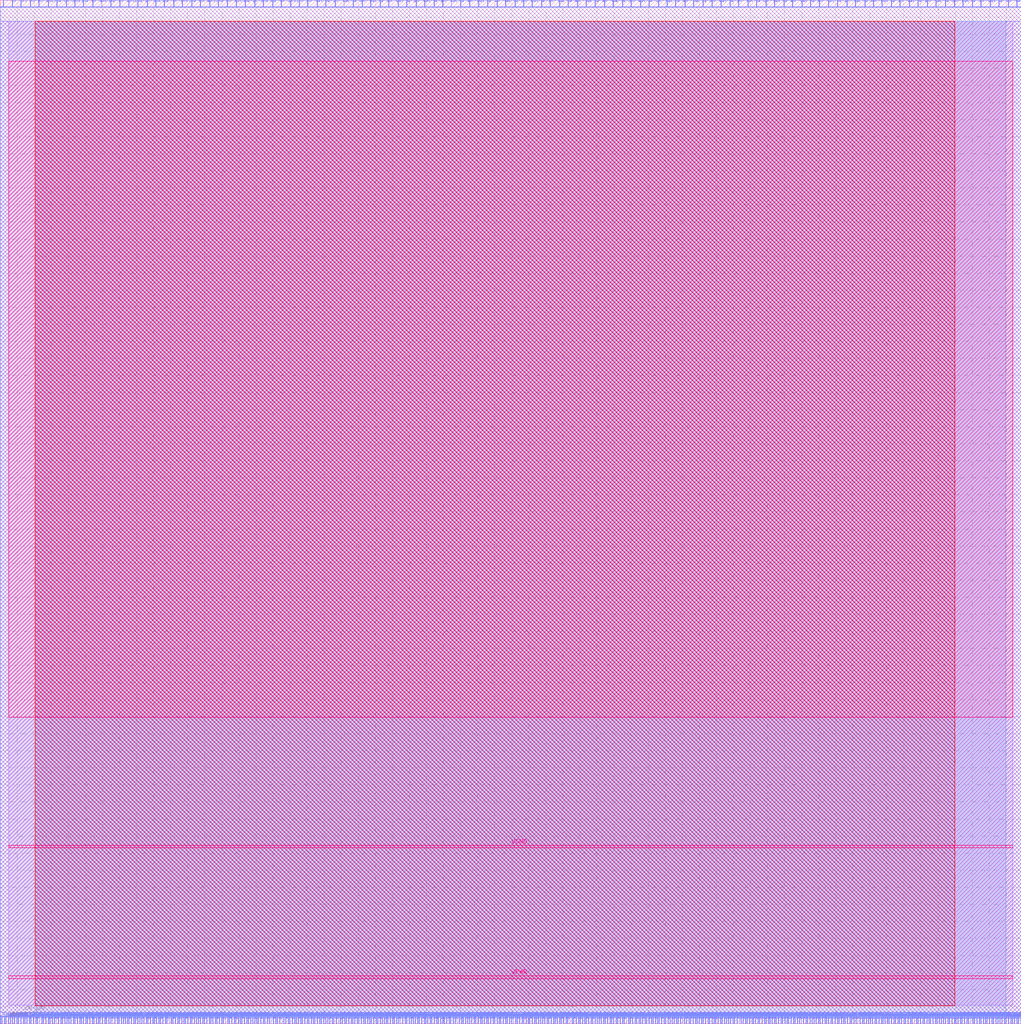
<source format=lef>
VERSION 5.7 ;
  NOWIREEXTENSIONATPIN ON ;
  DIVIDERCHAR "/" ;
  BUSBITCHARS "[]" ;
MACRO user_proj_example
  CLASS BLOCK ;
  FOREIGN user_proj_example ;
  ORIGIN 0.000 0.000 ;
  SIZE 598.780 BY 600.000 ;
  PIN io_in[0]
    DIRECTION INPUT ;
    PORT
      LAYER met2 ;
        RECT 1.860 596.000 2.140 600.000 ;
    END
  END io_in[0]
  PIN io_in[10]
    DIRECTION INPUT ;
    PORT
      LAYER met2 ;
        RECT 159.640 596.000 159.920 600.000 ;
    END
  END io_in[10]
  PIN io_in[11]
    DIRECTION INPUT ;
    PORT
      LAYER met2 ;
        RECT 175.280 596.000 175.560 600.000 ;
    END
  END io_in[11]
  PIN io_in[12]
    DIRECTION INPUT ;
    PORT
      LAYER met2 ;
        RECT 190.920 596.000 191.200 600.000 ;
    END
  END io_in[12]
  PIN io_in[13]
    DIRECTION INPUT ;
    PORT
      LAYER met2 ;
        RECT 207.020 596.000 207.300 600.000 ;
    END
  END io_in[13]
  PIN io_in[14]
    DIRECTION INPUT ;
    PORT
      LAYER met2 ;
        RECT 222.660 596.000 222.940 600.000 ;
    END
  END io_in[14]
  PIN io_in[15]
    DIRECTION INPUT ;
    PORT
      LAYER met2 ;
        RECT 238.300 596.000 238.580 600.000 ;
    END
  END io_in[15]
  PIN io_in[16]
    DIRECTION INPUT ;
    PORT
      LAYER met2 ;
        RECT 254.400 596.000 254.680 600.000 ;
    END
  END io_in[16]
  PIN io_in[17]
    DIRECTION INPUT ;
    PORT
      LAYER met2 ;
        RECT 270.040 596.000 270.320 600.000 ;
    END
  END io_in[17]
  PIN io_in[18]
    DIRECTION INPUT ;
    PORT
      LAYER met2 ;
        RECT 285.680 596.000 285.960 600.000 ;
    END
  END io_in[18]
  PIN io_in[19]
    DIRECTION INPUT ;
    PORT
      LAYER met2 ;
        RECT 301.780 596.000 302.060 600.000 ;
    END
  END io_in[19]
  PIN io_in[1]
    DIRECTION INPUT ;
    PORT
      LAYER met2 ;
        RECT 17.500 596.000 17.780 600.000 ;
    END
  END io_in[1]
  PIN io_in[20]
    DIRECTION INPUT ;
    PORT
      LAYER met2 ;
        RECT 317.420 596.000 317.700 600.000 ;
    END
  END io_in[20]
  PIN io_in[21]
    DIRECTION INPUT ;
    PORT
      LAYER met2 ;
        RECT 333.060 596.000 333.340 600.000 ;
    END
  END io_in[21]
  PIN io_in[22]
    DIRECTION INPUT ;
    PORT
      LAYER met2 ;
        RECT 348.700 596.000 348.980 600.000 ;
    END
  END io_in[22]
  PIN io_in[23]
    DIRECTION INPUT ;
    PORT
      LAYER met2 ;
        RECT 364.800 596.000 365.080 600.000 ;
    END
  END io_in[23]
  PIN io_in[24]
    DIRECTION INPUT ;
    PORT
      LAYER met2 ;
        RECT 380.440 596.000 380.720 600.000 ;
    END
  END io_in[24]
  PIN io_in[25]
    DIRECTION INPUT ;
    PORT
      LAYER met2 ;
        RECT 396.080 596.000 396.360 600.000 ;
    END
  END io_in[25]
  PIN io_in[26]
    DIRECTION INPUT ;
    PORT
      LAYER met2 ;
        RECT 412.180 596.000 412.460 600.000 ;
    END
  END io_in[26]
  PIN io_in[27]
    DIRECTION INPUT ;
    PORT
      LAYER met2 ;
        RECT 427.820 596.000 428.100 600.000 ;
    END
  END io_in[27]
  PIN io_in[28]
    DIRECTION INPUT ;
    PORT
      LAYER met2 ;
        RECT 443.460 596.000 443.740 600.000 ;
    END
  END io_in[28]
  PIN io_in[29]
    DIRECTION INPUT ;
    PORT
      LAYER met2 ;
        RECT 459.560 596.000 459.840 600.000 ;
    END
  END io_in[29]
  PIN io_in[2]
    DIRECTION INPUT ;
    PORT
      LAYER met2 ;
        RECT 33.140 596.000 33.420 600.000 ;
    END
  END io_in[2]
  PIN io_in[30]
    DIRECTION INPUT ;
    PORT
      LAYER met2 ;
        RECT 475.200 596.000 475.480 600.000 ;
    END
  END io_in[30]
  PIN io_in[31]
    DIRECTION INPUT ;
    PORT
      LAYER met2 ;
        RECT 490.840 596.000 491.120 600.000 ;
    END
  END io_in[31]
  PIN io_in[32]
    DIRECTION INPUT ;
    PORT
      LAYER met2 ;
        RECT 506.940 596.000 507.220 600.000 ;
    END
  END io_in[32]
  PIN io_in[33]
    DIRECTION INPUT ;
    PORT
      LAYER met2 ;
        RECT 522.580 596.000 522.860 600.000 ;
    END
  END io_in[33]
  PIN io_in[34]
    DIRECTION INPUT ;
    PORT
      LAYER met2 ;
        RECT 538.220 596.000 538.500 600.000 ;
    END
  END io_in[34]
  PIN io_in[35]
    DIRECTION INPUT ;
    PORT
      LAYER met2 ;
        RECT 554.320 596.000 554.600 600.000 ;
    END
  END io_in[35]
  PIN io_in[36]
    DIRECTION INPUT ;
    PORT
      LAYER met2 ;
        RECT 569.960 596.000 570.240 600.000 ;
    END
  END io_in[36]
  PIN io_in[37]
    DIRECTION INPUT ;
    PORT
      LAYER met2 ;
        RECT 585.600 596.000 585.880 600.000 ;
    END
  END io_in[37]
  PIN io_in[3]
    DIRECTION INPUT ;
    PORT
      LAYER met2 ;
        RECT 48.780 596.000 49.060 600.000 ;
    END
  END io_in[3]
  PIN io_in[4]
    DIRECTION INPUT ;
    PORT
      LAYER met2 ;
        RECT 64.880 596.000 65.160 600.000 ;
    END
  END io_in[4]
  PIN io_in[5]
    DIRECTION INPUT ;
    PORT
      LAYER met2 ;
        RECT 80.520 596.000 80.800 600.000 ;
    END
  END io_in[5]
  PIN io_in[6]
    DIRECTION INPUT ;
    PORT
      LAYER met2 ;
        RECT 96.160 596.000 96.440 600.000 ;
    END
  END io_in[6]
  PIN io_in[7]
    DIRECTION INPUT ;
    PORT
      LAYER met2 ;
        RECT 112.260 596.000 112.540 600.000 ;
    END
  END io_in[7]
  PIN io_in[8]
    DIRECTION INPUT ;
    PORT
      LAYER met2 ;
        RECT 127.900 596.000 128.180 600.000 ;
    END
  END io_in[8]
  PIN io_in[9]
    DIRECTION INPUT ;
    PORT
      LAYER met2 ;
        RECT 143.540 596.000 143.820 600.000 ;
    END
  END io_in[9]
  PIN io_oeb[0]
    DIRECTION OUTPUT TRISTATE ;
    PORT
      LAYER met2 ;
        RECT 6.920 596.000 7.200 600.000 ;
    END
  END io_oeb[0]
  PIN io_oeb[10]
    DIRECTION OUTPUT TRISTATE ;
    PORT
      LAYER met2 ;
        RECT 164.700 596.000 164.980 600.000 ;
    END
  END io_oeb[10]
  PIN io_oeb[11]
    DIRECTION OUTPUT TRISTATE ;
    PORT
      LAYER met2 ;
        RECT 180.340 596.000 180.620 600.000 ;
    END
  END io_oeb[11]
  PIN io_oeb[12]
    DIRECTION OUTPUT TRISTATE ;
    PORT
      LAYER met2 ;
        RECT 196.440 596.000 196.720 600.000 ;
    END
  END io_oeb[12]
  PIN io_oeb[13]
    DIRECTION OUTPUT TRISTATE ;
    PORT
      LAYER met2 ;
        RECT 212.080 596.000 212.360 600.000 ;
    END
  END io_oeb[13]
  PIN io_oeb[14]
    DIRECTION OUTPUT TRISTATE ;
    PORT
      LAYER met2 ;
        RECT 227.720 596.000 228.000 600.000 ;
    END
  END io_oeb[14]
  PIN io_oeb[15]
    DIRECTION OUTPUT TRISTATE ;
    PORT
      LAYER met2 ;
        RECT 243.820 596.000 244.100 600.000 ;
    END
  END io_oeb[15]
  PIN io_oeb[16]
    DIRECTION OUTPUT TRISTATE ;
    PORT
      LAYER met2 ;
        RECT 259.460 596.000 259.740 600.000 ;
    END
  END io_oeb[16]
  PIN io_oeb[17]
    DIRECTION OUTPUT TRISTATE ;
    PORT
      LAYER met2 ;
        RECT 275.100 596.000 275.380 600.000 ;
    END
  END io_oeb[17]
  PIN io_oeb[18]
    DIRECTION OUTPUT TRISTATE ;
    PORT
      LAYER met2 ;
        RECT 291.200 596.000 291.480 600.000 ;
    END
  END io_oeb[18]
  PIN io_oeb[19]
    DIRECTION OUTPUT TRISTATE ;
    PORT
      LAYER met2 ;
        RECT 306.840 596.000 307.120 600.000 ;
    END
  END io_oeb[19]
  PIN io_oeb[1]
    DIRECTION OUTPUT TRISTATE ;
    PORT
      LAYER met2 ;
        RECT 22.560 596.000 22.840 600.000 ;
    END
  END io_oeb[1]
  PIN io_oeb[20]
    DIRECTION OUTPUT TRISTATE ;
    PORT
      LAYER met2 ;
        RECT 322.480 596.000 322.760 600.000 ;
    END
  END io_oeb[20]
  PIN io_oeb[21]
    DIRECTION OUTPUT TRISTATE ;
    PORT
      LAYER met2 ;
        RECT 338.580 596.000 338.860 600.000 ;
    END
  END io_oeb[21]
  PIN io_oeb[22]
    DIRECTION OUTPUT TRISTATE ;
    PORT
      LAYER met2 ;
        RECT 354.220 596.000 354.500 600.000 ;
    END
  END io_oeb[22]
  PIN io_oeb[23]
    DIRECTION OUTPUT TRISTATE ;
    PORT
      LAYER met2 ;
        RECT 369.860 596.000 370.140 600.000 ;
    END
  END io_oeb[23]
  PIN io_oeb[24]
    DIRECTION OUTPUT TRISTATE ;
    PORT
      LAYER met2 ;
        RECT 385.960 596.000 386.240 600.000 ;
    END
  END io_oeb[24]
  PIN io_oeb[25]
    DIRECTION OUTPUT TRISTATE ;
    PORT
      LAYER met2 ;
        RECT 401.600 596.000 401.880 600.000 ;
    END
  END io_oeb[25]
  PIN io_oeb[26]
    DIRECTION OUTPUT TRISTATE ;
    PORT
      LAYER met2 ;
        RECT 417.240 596.000 417.520 600.000 ;
    END
  END io_oeb[26]
  PIN io_oeb[27]
    DIRECTION OUTPUT TRISTATE ;
    PORT
      LAYER met2 ;
        RECT 432.880 596.000 433.160 600.000 ;
    END
  END io_oeb[27]
  PIN io_oeb[28]
    DIRECTION OUTPUT TRISTATE ;
    PORT
      LAYER met2 ;
        RECT 448.980 596.000 449.260 600.000 ;
    END
  END io_oeb[28]
  PIN io_oeb[29]
    DIRECTION OUTPUT TRISTATE ;
    PORT
      LAYER met2 ;
        RECT 464.620 596.000 464.900 600.000 ;
    END
  END io_oeb[29]
  PIN io_oeb[2]
    DIRECTION OUTPUT TRISTATE ;
    PORT
      LAYER met2 ;
        RECT 38.660 596.000 38.940 600.000 ;
    END
  END io_oeb[2]
  PIN io_oeb[30]
    DIRECTION OUTPUT TRISTATE ;
    PORT
      LAYER met2 ;
        RECT 480.260 596.000 480.540 600.000 ;
    END
  END io_oeb[30]
  PIN io_oeb[31]
    DIRECTION OUTPUT TRISTATE ;
    PORT
      LAYER met2 ;
        RECT 496.360 596.000 496.640 600.000 ;
    END
  END io_oeb[31]
  PIN io_oeb[32]
    DIRECTION OUTPUT TRISTATE ;
    PORT
      LAYER met2 ;
        RECT 512.000 596.000 512.280 600.000 ;
    END
  END io_oeb[32]
  PIN io_oeb[33]
    DIRECTION OUTPUT TRISTATE ;
    PORT
      LAYER met2 ;
        RECT 527.640 596.000 527.920 600.000 ;
    END
  END io_oeb[33]
  PIN io_oeb[34]
    DIRECTION OUTPUT TRISTATE ;
    PORT
      LAYER met2 ;
        RECT 543.740 596.000 544.020 600.000 ;
    END
  END io_oeb[34]
  PIN io_oeb[35]
    DIRECTION OUTPUT TRISTATE ;
    PORT
      LAYER met2 ;
        RECT 559.380 596.000 559.660 600.000 ;
    END
  END io_oeb[35]
  PIN io_oeb[36]
    DIRECTION OUTPUT TRISTATE ;
    PORT
      LAYER met2 ;
        RECT 575.020 596.000 575.300 600.000 ;
    END
  END io_oeb[36]
  PIN io_oeb[37]
    DIRECTION OUTPUT TRISTATE ;
    PORT
      LAYER met2 ;
        RECT 591.120 596.000 591.400 600.000 ;
    END
  END io_oeb[37]
  PIN io_oeb[3]
    DIRECTION OUTPUT TRISTATE ;
    PORT
      LAYER met2 ;
        RECT 54.300 596.000 54.580 600.000 ;
    END
  END io_oeb[3]
  PIN io_oeb[4]
    DIRECTION OUTPUT TRISTATE ;
    PORT
      LAYER met2 ;
        RECT 69.940 596.000 70.220 600.000 ;
    END
  END io_oeb[4]
  PIN io_oeb[5]
    DIRECTION OUTPUT TRISTATE ;
    PORT
      LAYER met2 ;
        RECT 86.040 596.000 86.320 600.000 ;
    END
  END io_oeb[5]
  PIN io_oeb[6]
    DIRECTION OUTPUT TRISTATE ;
    PORT
      LAYER met2 ;
        RECT 101.680 596.000 101.960 600.000 ;
    END
  END io_oeb[6]
  PIN io_oeb[7]
    DIRECTION OUTPUT TRISTATE ;
    PORT
      LAYER met2 ;
        RECT 117.320 596.000 117.600 600.000 ;
    END
  END io_oeb[7]
  PIN io_oeb[8]
    DIRECTION OUTPUT TRISTATE ;
    PORT
      LAYER met2 ;
        RECT 132.960 596.000 133.240 600.000 ;
    END
  END io_oeb[8]
  PIN io_oeb[9]
    DIRECTION OUTPUT TRISTATE ;
    PORT
      LAYER met2 ;
        RECT 149.060 596.000 149.340 600.000 ;
    END
  END io_oeb[9]
  PIN io_out[0]
    DIRECTION OUTPUT TRISTATE ;
    PORT
      LAYER met2 ;
        RECT 11.980 596.000 12.260 600.000 ;
    END
  END io_out[0]
  PIN io_out[10]
    DIRECTION OUTPUT TRISTATE ;
    PORT
      LAYER met2 ;
        RECT 170.220 596.000 170.500 600.000 ;
    END
  END io_out[10]
  PIN io_out[11]
    DIRECTION OUTPUT TRISTATE ;
    PORT
      LAYER met2 ;
        RECT 185.860 596.000 186.140 600.000 ;
    END
  END io_out[11]
  PIN io_out[12]
    DIRECTION OUTPUT TRISTATE ;
    PORT
      LAYER met2 ;
        RECT 201.500 596.000 201.780 600.000 ;
    END
  END io_out[12]
  PIN io_out[13]
    DIRECTION OUTPUT TRISTATE ;
    PORT
      LAYER met2 ;
        RECT 217.140 596.000 217.420 600.000 ;
    END
  END io_out[13]
  PIN io_out[14]
    DIRECTION OUTPUT TRISTATE ;
    PORT
      LAYER met2 ;
        RECT 233.240 596.000 233.520 600.000 ;
    END
  END io_out[14]
  PIN io_out[15]
    DIRECTION OUTPUT TRISTATE ;
    PORT
      LAYER met2 ;
        RECT 248.880 596.000 249.160 600.000 ;
    END
  END io_out[15]
  PIN io_out[16]
    DIRECTION OUTPUT TRISTATE ;
    PORT
      LAYER met2 ;
        RECT 264.520 596.000 264.800 600.000 ;
    END
  END io_out[16]
  PIN io_out[17]
    DIRECTION OUTPUT TRISTATE ;
    PORT
      LAYER met2 ;
        RECT 280.620 596.000 280.900 600.000 ;
    END
  END io_out[17]
  PIN io_out[18]
    DIRECTION OUTPUT TRISTATE ;
    PORT
      LAYER met2 ;
        RECT 296.260 596.000 296.540 600.000 ;
    END
  END io_out[18]
  PIN io_out[19]
    DIRECTION OUTPUT TRISTATE ;
    PORT
      LAYER met2 ;
        RECT 311.900 596.000 312.180 600.000 ;
    END
  END io_out[19]
  PIN io_out[1]
    DIRECTION OUTPUT TRISTATE ;
    PORT
      LAYER met2 ;
        RECT 28.080 596.000 28.360 600.000 ;
    END
  END io_out[1]
  PIN io_out[20]
    DIRECTION OUTPUT TRISTATE ;
    PORT
      LAYER met2 ;
        RECT 328.000 596.000 328.280 600.000 ;
    END
  END io_out[20]
  PIN io_out[21]
    DIRECTION OUTPUT TRISTATE ;
    PORT
      LAYER met2 ;
        RECT 343.640 596.000 343.920 600.000 ;
    END
  END io_out[21]
  PIN io_out[22]
    DIRECTION OUTPUT TRISTATE ;
    PORT
      LAYER met2 ;
        RECT 359.280 596.000 359.560 600.000 ;
    END
  END io_out[22]
  PIN io_out[23]
    DIRECTION OUTPUT TRISTATE ;
    PORT
      LAYER met2 ;
        RECT 375.380 596.000 375.660 600.000 ;
    END
  END io_out[23]
  PIN io_out[24]
    DIRECTION OUTPUT TRISTATE ;
    PORT
      LAYER met2 ;
        RECT 391.020 596.000 391.300 600.000 ;
    END
  END io_out[24]
  PIN io_out[25]
    DIRECTION OUTPUT TRISTATE ;
    PORT
      LAYER met2 ;
        RECT 406.660 596.000 406.940 600.000 ;
    END
  END io_out[25]
  PIN io_out[26]
    DIRECTION OUTPUT TRISTATE ;
    PORT
      LAYER met2 ;
        RECT 422.760 596.000 423.040 600.000 ;
    END
  END io_out[26]
  PIN io_out[27]
    DIRECTION OUTPUT TRISTATE ;
    PORT
      LAYER met2 ;
        RECT 438.400 596.000 438.680 600.000 ;
    END
  END io_out[27]
  PIN io_out[28]
    DIRECTION OUTPUT TRISTATE ;
    PORT
      LAYER met2 ;
        RECT 454.040 596.000 454.320 600.000 ;
    END
  END io_out[28]
  PIN io_out[29]
    DIRECTION OUTPUT TRISTATE ;
    PORT
      LAYER met2 ;
        RECT 470.140 596.000 470.420 600.000 ;
    END
  END io_out[29]
  PIN io_out[2]
    DIRECTION OUTPUT TRISTATE ;
    PORT
      LAYER met2 ;
        RECT 43.720 596.000 44.000 600.000 ;
    END
  END io_out[2]
  PIN io_out[30]
    DIRECTION OUTPUT TRISTATE ;
    PORT
      LAYER met2 ;
        RECT 485.780 596.000 486.060 600.000 ;
    END
  END io_out[30]
  PIN io_out[31]
    DIRECTION OUTPUT TRISTATE ;
    PORT
      LAYER met2 ;
        RECT 501.420 596.000 501.700 600.000 ;
    END
  END io_out[31]
  PIN io_out[32]
    DIRECTION OUTPUT TRISTATE ;
    PORT
      LAYER met2 ;
        RECT 517.060 596.000 517.340 600.000 ;
    END
  END io_out[32]
  PIN io_out[33]
    DIRECTION OUTPUT TRISTATE ;
    PORT
      LAYER met2 ;
        RECT 533.160 596.000 533.440 600.000 ;
    END
  END io_out[33]
  PIN io_out[34]
    DIRECTION OUTPUT TRISTATE ;
    PORT
      LAYER met2 ;
        RECT 548.800 596.000 549.080 600.000 ;
    END
  END io_out[34]
  PIN io_out[35]
    DIRECTION OUTPUT TRISTATE ;
    PORT
      LAYER met2 ;
        RECT 564.440 596.000 564.720 600.000 ;
    END
  END io_out[35]
  PIN io_out[36]
    DIRECTION OUTPUT TRISTATE ;
    PORT
      LAYER met2 ;
        RECT 580.540 596.000 580.820 600.000 ;
    END
  END io_out[36]
  PIN io_out[37]
    DIRECTION OUTPUT TRISTATE ;
    PORT
      LAYER met2 ;
        RECT 596.180 596.000 596.460 600.000 ;
    END
  END io_out[37]
  PIN io_out[3]
    DIRECTION OUTPUT TRISTATE ;
    PORT
      LAYER met2 ;
        RECT 59.360 596.000 59.640 600.000 ;
    END
  END io_out[3]
  PIN io_out[4]
    DIRECTION OUTPUT TRISTATE ;
    PORT
      LAYER met2 ;
        RECT 75.460 596.000 75.740 600.000 ;
    END
  END io_out[4]
  PIN io_out[5]
    DIRECTION OUTPUT TRISTATE ;
    PORT
      LAYER met2 ;
        RECT 91.100 596.000 91.380 600.000 ;
    END
  END io_out[5]
  PIN io_out[6]
    DIRECTION OUTPUT TRISTATE ;
    PORT
      LAYER met2 ;
        RECT 106.740 596.000 107.020 600.000 ;
    END
  END io_out[6]
  PIN io_out[7]
    DIRECTION OUTPUT TRISTATE ;
    PORT
      LAYER met2 ;
        RECT 122.840 596.000 123.120 600.000 ;
    END
  END io_out[7]
  PIN io_out[8]
    DIRECTION OUTPUT TRISTATE ;
    PORT
      LAYER met2 ;
        RECT 138.480 596.000 138.760 600.000 ;
    END
  END io_out[8]
  PIN io_out[9]
    DIRECTION OUTPUT TRISTATE ;
    PORT
      LAYER met2 ;
        RECT 154.120 596.000 154.400 600.000 ;
    END
  END io_out[9]
  PIN la_data_in[0]
    DIRECTION INPUT ;
    PORT
      LAYER met2 ;
        RECT 0.020 0.000 0.300 4.000 ;
    END
  END la_data_in[0]
  PIN la_data_in[100]
    DIRECTION INPUT ;
    PORT
      LAYER met2 ;
        RECT 367.100 0.000 367.380 4.000 ;
    END
  END la_data_in[100]
  PIN la_data_in[101]
    DIRECTION INPUT ;
    PORT
      LAYER met2 ;
        RECT 370.780 0.000 371.060 4.000 ;
    END
  END la_data_in[101]
  PIN la_data_in[102]
    DIRECTION INPUT ;
    PORT
      LAYER met2 ;
        RECT 374.460 0.000 374.740 4.000 ;
    END
  END la_data_in[102]
  PIN la_data_in[103]
    DIRECTION INPUT ;
    PORT
      LAYER met2 ;
        RECT 378.140 0.000 378.420 4.000 ;
    END
  END la_data_in[103]
  PIN la_data_in[104]
    DIRECTION INPUT ;
    PORT
      LAYER met2 ;
        RECT 381.820 0.000 382.100 4.000 ;
    END
  END la_data_in[104]
  PIN la_data_in[105]
    DIRECTION INPUT ;
    PORT
      LAYER met2 ;
        RECT 385.500 0.000 385.780 4.000 ;
    END
  END la_data_in[105]
  PIN la_data_in[106]
    DIRECTION INPUT ;
    PORT
      LAYER met2 ;
        RECT 389.180 0.000 389.460 4.000 ;
    END
  END la_data_in[106]
  PIN la_data_in[107]
    DIRECTION INPUT ;
    PORT
      LAYER met2 ;
        RECT 392.860 0.000 393.140 4.000 ;
    END
  END la_data_in[107]
  PIN la_data_in[108]
    DIRECTION INPUT ;
    PORT
      LAYER met2 ;
        RECT 396.540 0.000 396.820 4.000 ;
    END
  END la_data_in[108]
  PIN la_data_in[109]
    DIRECTION INPUT ;
    PORT
      LAYER met2 ;
        RECT 400.220 0.000 400.500 4.000 ;
    END
  END la_data_in[109]
  PIN la_data_in[10]
    DIRECTION INPUT ;
    PORT
      LAYER met2 ;
        RECT 36.360 0.000 36.640 4.000 ;
    END
  END la_data_in[10]
  PIN la_data_in[110]
    DIRECTION INPUT ;
    PORT
      LAYER met2 ;
        RECT 403.900 0.000 404.180 4.000 ;
    END
  END la_data_in[110]
  PIN la_data_in[111]
    DIRECTION INPUT ;
    PORT
      LAYER met2 ;
        RECT 407.580 0.000 407.860 4.000 ;
    END
  END la_data_in[111]
  PIN la_data_in[112]
    DIRECTION INPUT ;
    PORT
      LAYER met2 ;
        RECT 411.260 0.000 411.540 4.000 ;
    END
  END la_data_in[112]
  PIN la_data_in[113]
    DIRECTION INPUT ;
    PORT
      LAYER met2 ;
        RECT 414.940 0.000 415.220 4.000 ;
    END
  END la_data_in[113]
  PIN la_data_in[114]
    DIRECTION INPUT ;
    PORT
      LAYER met2 ;
        RECT 418.620 0.000 418.900 4.000 ;
    END
  END la_data_in[114]
  PIN la_data_in[115]
    DIRECTION INPUT ;
    PORT
      LAYER met2 ;
        RECT 422.300 0.000 422.580 4.000 ;
    END
  END la_data_in[115]
  PIN la_data_in[116]
    DIRECTION INPUT ;
    PORT
      LAYER met2 ;
        RECT 425.980 0.000 426.260 4.000 ;
    END
  END la_data_in[116]
  PIN la_data_in[117]
    DIRECTION INPUT ;
    PORT
      LAYER met2 ;
        RECT 429.660 0.000 429.940 4.000 ;
    END
  END la_data_in[117]
  PIN la_data_in[118]
    DIRECTION INPUT ;
    PORT
      LAYER met2 ;
        RECT 433.340 0.000 433.620 4.000 ;
    END
  END la_data_in[118]
  PIN la_data_in[119]
    DIRECTION INPUT ;
    PORT
      LAYER met2 ;
        RECT 437.020 0.000 437.300 4.000 ;
    END
  END la_data_in[119]
  PIN la_data_in[11]
    DIRECTION INPUT ;
    PORT
      LAYER met2 ;
        RECT 40.040 0.000 40.320 4.000 ;
    END
  END la_data_in[11]
  PIN la_data_in[120]
    DIRECTION INPUT ;
    PORT
      LAYER met2 ;
        RECT 440.700 0.000 440.980 4.000 ;
    END
  END la_data_in[120]
  PIN la_data_in[121]
    DIRECTION INPUT ;
    PORT
      LAYER met2 ;
        RECT 444.380 0.000 444.660 4.000 ;
    END
  END la_data_in[121]
  PIN la_data_in[122]
    DIRECTION INPUT ;
    PORT
      LAYER met2 ;
        RECT 448.060 0.000 448.340 4.000 ;
    END
  END la_data_in[122]
  PIN la_data_in[123]
    DIRECTION INPUT ;
    PORT
      LAYER met2 ;
        RECT 451.280 0.000 451.560 4.000 ;
    END
  END la_data_in[123]
  PIN la_data_in[124]
    DIRECTION INPUT ;
    PORT
      LAYER met2 ;
        RECT 454.960 0.000 455.240 4.000 ;
    END
  END la_data_in[124]
  PIN la_data_in[125]
    DIRECTION INPUT ;
    PORT
      LAYER met2 ;
        RECT 458.640 0.000 458.920 4.000 ;
    END
  END la_data_in[125]
  PIN la_data_in[126]
    DIRECTION INPUT ;
    PORT
      LAYER met2 ;
        RECT 462.320 0.000 462.600 4.000 ;
    END
  END la_data_in[126]
  PIN la_data_in[127]
    DIRECTION INPUT ;
    PORT
      LAYER met2 ;
        RECT 466.000 0.000 466.280 4.000 ;
    END
  END la_data_in[127]
  PIN la_data_in[12]
    DIRECTION INPUT ;
    PORT
      LAYER met2 ;
        RECT 43.720 0.000 44.000 4.000 ;
    END
  END la_data_in[12]
  PIN la_data_in[13]
    DIRECTION INPUT ;
    PORT
      LAYER met2 ;
        RECT 47.400 0.000 47.680 4.000 ;
    END
  END la_data_in[13]
  PIN la_data_in[14]
    DIRECTION INPUT ;
    PORT
      LAYER met2 ;
        RECT 51.080 0.000 51.360 4.000 ;
    END
  END la_data_in[14]
  PIN la_data_in[15]
    DIRECTION INPUT ;
    PORT
      LAYER met2 ;
        RECT 54.760 0.000 55.040 4.000 ;
    END
  END la_data_in[15]
  PIN la_data_in[16]
    DIRECTION INPUT ;
    PORT
      LAYER met2 ;
        RECT 58.440 0.000 58.720 4.000 ;
    END
  END la_data_in[16]
  PIN la_data_in[17]
    DIRECTION INPUT ;
    PORT
      LAYER met2 ;
        RECT 62.120 0.000 62.400 4.000 ;
    END
  END la_data_in[17]
  PIN la_data_in[18]
    DIRECTION INPUT ;
    PORT
      LAYER met2 ;
        RECT 65.800 0.000 66.080 4.000 ;
    END
  END la_data_in[18]
  PIN la_data_in[19]
    DIRECTION INPUT ;
    PORT
      LAYER met2 ;
        RECT 69.480 0.000 69.760 4.000 ;
    END
  END la_data_in[19]
  PIN la_data_in[1]
    DIRECTION INPUT ;
    PORT
      LAYER met2 ;
        RECT 3.240 0.000 3.520 4.000 ;
    END
  END la_data_in[1]
  PIN la_data_in[20]
    DIRECTION INPUT ;
    PORT
      LAYER met2 ;
        RECT 73.160 0.000 73.440 4.000 ;
    END
  END la_data_in[20]
  PIN la_data_in[21]
    DIRECTION INPUT ;
    PORT
      LAYER met2 ;
        RECT 76.840 0.000 77.120 4.000 ;
    END
  END la_data_in[21]
  PIN la_data_in[22]
    DIRECTION INPUT ;
    PORT
      LAYER met2 ;
        RECT 80.520 0.000 80.800 4.000 ;
    END
  END la_data_in[22]
  PIN la_data_in[23]
    DIRECTION INPUT ;
    PORT
      LAYER met2 ;
        RECT 84.200 0.000 84.480 4.000 ;
    END
  END la_data_in[23]
  PIN la_data_in[24]
    DIRECTION INPUT ;
    PORT
      LAYER met2 ;
        RECT 87.880 0.000 88.160 4.000 ;
    END
  END la_data_in[24]
  PIN la_data_in[25]
    DIRECTION INPUT ;
    PORT
      LAYER met2 ;
        RECT 91.560 0.000 91.840 4.000 ;
    END
  END la_data_in[25]
  PIN la_data_in[26]
    DIRECTION INPUT ;
    PORT
      LAYER met2 ;
        RECT 95.240 0.000 95.520 4.000 ;
    END
  END la_data_in[26]
  PIN la_data_in[27]
    DIRECTION INPUT ;
    PORT
      LAYER met2 ;
        RECT 98.920 0.000 99.200 4.000 ;
    END
  END la_data_in[27]
  PIN la_data_in[28]
    DIRECTION INPUT ;
    PORT
      LAYER met2 ;
        RECT 102.600 0.000 102.880 4.000 ;
    END
  END la_data_in[28]
  PIN la_data_in[29]
    DIRECTION INPUT ;
    PORT
      LAYER met2 ;
        RECT 106.280 0.000 106.560 4.000 ;
    END
  END la_data_in[29]
  PIN la_data_in[2]
    DIRECTION INPUT ;
    PORT
      LAYER met2 ;
        RECT 6.920 0.000 7.200 4.000 ;
    END
  END la_data_in[2]
  PIN la_data_in[30]
    DIRECTION INPUT ;
    PORT
      LAYER met2 ;
        RECT 109.960 0.000 110.240 4.000 ;
    END
  END la_data_in[30]
  PIN la_data_in[31]
    DIRECTION INPUT ;
    PORT
      LAYER met2 ;
        RECT 113.640 0.000 113.920 4.000 ;
    END
  END la_data_in[31]
  PIN la_data_in[32]
    DIRECTION INPUT ;
    PORT
      LAYER met2 ;
        RECT 117.320 0.000 117.600 4.000 ;
    END
  END la_data_in[32]
  PIN la_data_in[33]
    DIRECTION INPUT ;
    PORT
      LAYER met2 ;
        RECT 121.000 0.000 121.280 4.000 ;
    END
  END la_data_in[33]
  PIN la_data_in[34]
    DIRECTION INPUT ;
    PORT
      LAYER met2 ;
        RECT 124.680 0.000 124.960 4.000 ;
    END
  END la_data_in[34]
  PIN la_data_in[35]
    DIRECTION INPUT ;
    PORT
      LAYER met2 ;
        RECT 128.360 0.000 128.640 4.000 ;
    END
  END la_data_in[35]
  PIN la_data_in[36]
    DIRECTION INPUT ;
    PORT
      LAYER met2 ;
        RECT 132.040 0.000 132.320 4.000 ;
    END
  END la_data_in[36]
  PIN la_data_in[37]
    DIRECTION INPUT ;
    PORT
      LAYER met2 ;
        RECT 135.720 0.000 136.000 4.000 ;
    END
  END la_data_in[37]
  PIN la_data_in[38]
    DIRECTION INPUT ;
    PORT
      LAYER met2 ;
        RECT 139.400 0.000 139.680 4.000 ;
    END
  END la_data_in[38]
  PIN la_data_in[39]
    DIRECTION INPUT ;
    PORT
      LAYER met2 ;
        RECT 143.080 0.000 143.360 4.000 ;
    END
  END la_data_in[39]
  PIN la_data_in[3]
    DIRECTION INPUT ;
    PORT
      LAYER met2 ;
        RECT 10.600 0.000 10.880 4.000 ;
    END
  END la_data_in[3]
  PIN la_data_in[40]
    DIRECTION INPUT ;
    PORT
      LAYER met2 ;
        RECT 146.760 0.000 147.040 4.000 ;
    END
  END la_data_in[40]
  PIN la_data_in[41]
    DIRECTION INPUT ;
    PORT
      LAYER met2 ;
        RECT 150.440 0.000 150.720 4.000 ;
    END
  END la_data_in[41]
  PIN la_data_in[42]
    DIRECTION INPUT ;
    PORT
      LAYER met2 ;
        RECT 154.120 0.000 154.400 4.000 ;
    END
  END la_data_in[42]
  PIN la_data_in[43]
    DIRECTION INPUT ;
    PORT
      LAYER met2 ;
        RECT 157.800 0.000 158.080 4.000 ;
    END
  END la_data_in[43]
  PIN la_data_in[44]
    DIRECTION INPUT ;
    PORT
      LAYER met2 ;
        RECT 161.480 0.000 161.760 4.000 ;
    END
  END la_data_in[44]
  PIN la_data_in[45]
    DIRECTION INPUT ;
    PORT
      LAYER met2 ;
        RECT 165.160 0.000 165.440 4.000 ;
    END
  END la_data_in[45]
  PIN la_data_in[46]
    DIRECTION INPUT ;
    PORT
      LAYER met2 ;
        RECT 168.840 0.000 169.120 4.000 ;
    END
  END la_data_in[46]
  PIN la_data_in[47]
    DIRECTION INPUT ;
    PORT
      LAYER met2 ;
        RECT 172.520 0.000 172.800 4.000 ;
    END
  END la_data_in[47]
  PIN la_data_in[48]
    DIRECTION INPUT ;
    PORT
      LAYER met2 ;
        RECT 176.200 0.000 176.480 4.000 ;
    END
  END la_data_in[48]
  PIN la_data_in[49]
    DIRECTION INPUT ;
    PORT
      LAYER met2 ;
        RECT 179.880 0.000 180.160 4.000 ;
    END
  END la_data_in[49]
  PIN la_data_in[4]
    DIRECTION INPUT ;
    PORT
      LAYER met2 ;
        RECT 14.280 0.000 14.560 4.000 ;
    END
  END la_data_in[4]
  PIN la_data_in[50]
    DIRECTION INPUT ;
    PORT
      LAYER met2 ;
        RECT 183.560 0.000 183.840 4.000 ;
    END
  END la_data_in[50]
  PIN la_data_in[51]
    DIRECTION INPUT ;
    PORT
      LAYER met2 ;
        RECT 187.240 0.000 187.520 4.000 ;
    END
  END la_data_in[51]
  PIN la_data_in[52]
    DIRECTION INPUT ;
    PORT
      LAYER met2 ;
        RECT 190.920 0.000 191.200 4.000 ;
    END
  END la_data_in[52]
  PIN la_data_in[53]
    DIRECTION INPUT ;
    PORT
      LAYER met2 ;
        RECT 194.600 0.000 194.880 4.000 ;
    END
  END la_data_in[53]
  PIN la_data_in[54]
    DIRECTION INPUT ;
    PORT
      LAYER met2 ;
        RECT 198.280 0.000 198.560 4.000 ;
    END
  END la_data_in[54]
  PIN la_data_in[55]
    DIRECTION INPUT ;
    PORT
      LAYER met2 ;
        RECT 201.960 0.000 202.240 4.000 ;
    END
  END la_data_in[55]
  PIN la_data_in[56]
    DIRECTION INPUT ;
    PORT
      LAYER met2 ;
        RECT 205.640 0.000 205.920 4.000 ;
    END
  END la_data_in[56]
  PIN la_data_in[57]
    DIRECTION INPUT ;
    PORT
      LAYER met2 ;
        RECT 209.320 0.000 209.600 4.000 ;
    END
  END la_data_in[57]
  PIN la_data_in[58]
    DIRECTION INPUT ;
    PORT
      LAYER met2 ;
        RECT 213.000 0.000 213.280 4.000 ;
    END
  END la_data_in[58]
  PIN la_data_in[59]
    DIRECTION INPUT ;
    PORT
      LAYER met2 ;
        RECT 216.680 0.000 216.960 4.000 ;
    END
  END la_data_in[59]
  PIN la_data_in[5]
    DIRECTION INPUT ;
    PORT
      LAYER met2 ;
        RECT 17.960 0.000 18.240 4.000 ;
    END
  END la_data_in[5]
  PIN la_data_in[60]
    DIRECTION INPUT ;
    PORT
      LAYER met2 ;
        RECT 220.360 0.000 220.640 4.000 ;
    END
  END la_data_in[60]
  PIN la_data_in[61]
    DIRECTION INPUT ;
    PORT
      LAYER met2 ;
        RECT 224.040 0.000 224.320 4.000 ;
    END
  END la_data_in[61]
  PIN la_data_in[62]
    DIRECTION INPUT ;
    PORT
      LAYER met2 ;
        RECT 227.260 0.000 227.540 4.000 ;
    END
  END la_data_in[62]
  PIN la_data_in[63]
    DIRECTION INPUT ;
    PORT
      LAYER met2 ;
        RECT 230.940 0.000 231.220 4.000 ;
    END
  END la_data_in[63]
  PIN la_data_in[64]
    DIRECTION INPUT ;
    PORT
      LAYER met2 ;
        RECT 234.620 0.000 234.900 4.000 ;
    END
  END la_data_in[64]
  PIN la_data_in[65]
    DIRECTION INPUT ;
    PORT
      LAYER met2 ;
        RECT 238.300 0.000 238.580 4.000 ;
    END
  END la_data_in[65]
  PIN la_data_in[66]
    DIRECTION INPUT ;
    PORT
      LAYER met2 ;
        RECT 241.980 0.000 242.260 4.000 ;
    END
  END la_data_in[66]
  PIN la_data_in[67]
    DIRECTION INPUT ;
    PORT
      LAYER met2 ;
        RECT 245.660 0.000 245.940 4.000 ;
    END
  END la_data_in[67]
  PIN la_data_in[68]
    DIRECTION INPUT ;
    PORT
      LAYER met2 ;
        RECT 249.340 0.000 249.620 4.000 ;
    END
  END la_data_in[68]
  PIN la_data_in[69]
    DIRECTION INPUT ;
    PORT
      LAYER met2 ;
        RECT 253.020 0.000 253.300 4.000 ;
    END
  END la_data_in[69]
  PIN la_data_in[6]
    DIRECTION INPUT ;
    PORT
      LAYER met2 ;
        RECT 21.640 0.000 21.920 4.000 ;
    END
  END la_data_in[6]
  PIN la_data_in[70]
    DIRECTION INPUT ;
    PORT
      LAYER met2 ;
        RECT 256.700 0.000 256.980 4.000 ;
    END
  END la_data_in[70]
  PIN la_data_in[71]
    DIRECTION INPUT ;
    PORT
      LAYER met2 ;
        RECT 260.380 0.000 260.660 4.000 ;
    END
  END la_data_in[71]
  PIN la_data_in[72]
    DIRECTION INPUT ;
    PORT
      LAYER met2 ;
        RECT 264.060 0.000 264.340 4.000 ;
    END
  END la_data_in[72]
  PIN la_data_in[73]
    DIRECTION INPUT ;
    PORT
      LAYER met2 ;
        RECT 267.740 0.000 268.020 4.000 ;
    END
  END la_data_in[73]
  PIN la_data_in[74]
    DIRECTION INPUT ;
    PORT
      LAYER met2 ;
        RECT 271.420 0.000 271.700 4.000 ;
    END
  END la_data_in[74]
  PIN la_data_in[75]
    DIRECTION INPUT ;
    PORT
      LAYER met2 ;
        RECT 275.100 0.000 275.380 4.000 ;
    END
  END la_data_in[75]
  PIN la_data_in[76]
    DIRECTION INPUT ;
    PORT
      LAYER met2 ;
        RECT 278.780 0.000 279.060 4.000 ;
    END
  END la_data_in[76]
  PIN la_data_in[77]
    DIRECTION INPUT ;
    PORT
      LAYER met2 ;
        RECT 282.460 0.000 282.740 4.000 ;
    END
  END la_data_in[77]
  PIN la_data_in[78]
    DIRECTION INPUT ;
    PORT
      LAYER met2 ;
        RECT 286.140 0.000 286.420 4.000 ;
    END
  END la_data_in[78]
  PIN la_data_in[79]
    DIRECTION INPUT ;
    PORT
      LAYER met2 ;
        RECT 289.820 0.000 290.100 4.000 ;
    END
  END la_data_in[79]
  PIN la_data_in[7]
    DIRECTION INPUT ;
    PORT
      LAYER met2 ;
        RECT 25.320 0.000 25.600 4.000 ;
    END
  END la_data_in[7]
  PIN la_data_in[80]
    DIRECTION INPUT ;
    PORT
      LAYER met2 ;
        RECT 293.500 0.000 293.780 4.000 ;
    END
  END la_data_in[80]
  PIN la_data_in[81]
    DIRECTION INPUT ;
    PORT
      LAYER met2 ;
        RECT 297.180 0.000 297.460 4.000 ;
    END
  END la_data_in[81]
  PIN la_data_in[82]
    DIRECTION INPUT ;
    PORT
      LAYER met2 ;
        RECT 300.860 0.000 301.140 4.000 ;
    END
  END la_data_in[82]
  PIN la_data_in[83]
    DIRECTION INPUT ;
    PORT
      LAYER met2 ;
        RECT 304.540 0.000 304.820 4.000 ;
    END
  END la_data_in[83]
  PIN la_data_in[84]
    DIRECTION INPUT ;
    PORT
      LAYER met2 ;
        RECT 308.220 0.000 308.500 4.000 ;
    END
  END la_data_in[84]
  PIN la_data_in[85]
    DIRECTION INPUT ;
    PORT
      LAYER met2 ;
        RECT 311.900 0.000 312.180 4.000 ;
    END
  END la_data_in[85]
  PIN la_data_in[86]
    DIRECTION INPUT ;
    PORT
      LAYER met2 ;
        RECT 315.580 0.000 315.860 4.000 ;
    END
  END la_data_in[86]
  PIN la_data_in[87]
    DIRECTION INPUT ;
    PORT
      LAYER met2 ;
        RECT 319.260 0.000 319.540 4.000 ;
    END
  END la_data_in[87]
  PIN la_data_in[88]
    DIRECTION INPUT ;
    PORT
      LAYER met2 ;
        RECT 322.940 0.000 323.220 4.000 ;
    END
  END la_data_in[88]
  PIN la_data_in[89]
    DIRECTION INPUT ;
    PORT
      LAYER met2 ;
        RECT 326.620 0.000 326.900 4.000 ;
    END
  END la_data_in[89]
  PIN la_data_in[8]
    DIRECTION INPUT ;
    PORT
      LAYER met2 ;
        RECT 29.000 0.000 29.280 4.000 ;
    END
  END la_data_in[8]
  PIN la_data_in[90]
    DIRECTION INPUT ;
    PORT
      LAYER met2 ;
        RECT 330.300 0.000 330.580 4.000 ;
    END
  END la_data_in[90]
  PIN la_data_in[91]
    DIRECTION INPUT ;
    PORT
      LAYER met2 ;
        RECT 333.980 0.000 334.260 4.000 ;
    END
  END la_data_in[91]
  PIN la_data_in[92]
    DIRECTION INPUT ;
    PORT
      LAYER met2 ;
        RECT 337.660 0.000 337.940 4.000 ;
    END
  END la_data_in[92]
  PIN la_data_in[93]
    DIRECTION INPUT ;
    PORT
      LAYER met2 ;
        RECT 341.340 0.000 341.620 4.000 ;
    END
  END la_data_in[93]
  PIN la_data_in[94]
    DIRECTION INPUT ;
    PORT
      LAYER met2 ;
        RECT 345.020 0.000 345.300 4.000 ;
    END
  END la_data_in[94]
  PIN la_data_in[95]
    DIRECTION INPUT ;
    PORT
      LAYER met2 ;
        RECT 348.700 0.000 348.980 4.000 ;
    END
  END la_data_in[95]
  PIN la_data_in[96]
    DIRECTION INPUT ;
    PORT
      LAYER met2 ;
        RECT 352.380 0.000 352.660 4.000 ;
    END
  END la_data_in[96]
  PIN la_data_in[97]
    DIRECTION INPUT ;
    PORT
      LAYER met2 ;
        RECT 356.060 0.000 356.340 4.000 ;
    END
  END la_data_in[97]
  PIN la_data_in[98]
    DIRECTION INPUT ;
    PORT
      LAYER met2 ;
        RECT 359.740 0.000 360.020 4.000 ;
    END
  END la_data_in[98]
  PIN la_data_in[99]
    DIRECTION INPUT ;
    PORT
      LAYER met2 ;
        RECT 363.420 0.000 363.700 4.000 ;
    END
  END la_data_in[99]
  PIN la_data_in[9]
    DIRECTION INPUT ;
    PORT
      LAYER met2 ;
        RECT 32.680 0.000 32.960 4.000 ;
    END
  END la_data_in[9]
  PIN la_data_out[0]
    DIRECTION OUTPUT TRISTATE ;
    PORT
      LAYER met2 ;
        RECT 0.940 0.000 1.220 4.000 ;
    END
  END la_data_out[0]
  PIN la_data_out[100]
    DIRECTION OUTPUT TRISTATE ;
    PORT
      LAYER met2 ;
        RECT 368.480 0.000 368.760 4.000 ;
    END
  END la_data_out[100]
  PIN la_data_out[101]
    DIRECTION OUTPUT TRISTATE ;
    PORT
      LAYER met2 ;
        RECT 372.160 0.000 372.440 4.000 ;
    END
  END la_data_out[101]
  PIN la_data_out[102]
    DIRECTION OUTPUT TRISTATE ;
    PORT
      LAYER met2 ;
        RECT 375.380 0.000 375.660 4.000 ;
    END
  END la_data_out[102]
  PIN la_data_out[103]
    DIRECTION OUTPUT TRISTATE ;
    PORT
      LAYER met2 ;
        RECT 379.060 0.000 379.340 4.000 ;
    END
  END la_data_out[103]
  PIN la_data_out[104]
    DIRECTION OUTPUT TRISTATE ;
    PORT
      LAYER met2 ;
        RECT 382.740 0.000 383.020 4.000 ;
    END
  END la_data_out[104]
  PIN la_data_out[105]
    DIRECTION OUTPUT TRISTATE ;
    PORT
      LAYER met2 ;
        RECT 386.420 0.000 386.700 4.000 ;
    END
  END la_data_out[105]
  PIN la_data_out[106]
    DIRECTION OUTPUT TRISTATE ;
    PORT
      LAYER met2 ;
        RECT 390.100 0.000 390.380 4.000 ;
    END
  END la_data_out[106]
  PIN la_data_out[107]
    DIRECTION OUTPUT TRISTATE ;
    PORT
      LAYER met2 ;
        RECT 393.780 0.000 394.060 4.000 ;
    END
  END la_data_out[107]
  PIN la_data_out[108]
    DIRECTION OUTPUT TRISTATE ;
    PORT
      LAYER met2 ;
        RECT 397.460 0.000 397.740 4.000 ;
    END
  END la_data_out[108]
  PIN la_data_out[109]
    DIRECTION OUTPUT TRISTATE ;
    PORT
      LAYER met2 ;
        RECT 401.140 0.000 401.420 4.000 ;
    END
  END la_data_out[109]
  PIN la_data_out[10]
    DIRECTION OUTPUT TRISTATE ;
    PORT
      LAYER met2 ;
        RECT 37.740 0.000 38.020 4.000 ;
    END
  END la_data_out[10]
  PIN la_data_out[110]
    DIRECTION OUTPUT TRISTATE ;
    PORT
      LAYER met2 ;
        RECT 404.820 0.000 405.100 4.000 ;
    END
  END la_data_out[110]
  PIN la_data_out[111]
    DIRECTION OUTPUT TRISTATE ;
    PORT
      LAYER met2 ;
        RECT 408.500 0.000 408.780 4.000 ;
    END
  END la_data_out[111]
  PIN la_data_out[112]
    DIRECTION OUTPUT TRISTATE ;
    PORT
      LAYER met2 ;
        RECT 412.180 0.000 412.460 4.000 ;
    END
  END la_data_out[112]
  PIN la_data_out[113]
    DIRECTION OUTPUT TRISTATE ;
    PORT
      LAYER met2 ;
        RECT 415.860 0.000 416.140 4.000 ;
    END
  END la_data_out[113]
  PIN la_data_out[114]
    DIRECTION OUTPUT TRISTATE ;
    PORT
      LAYER met2 ;
        RECT 419.540 0.000 419.820 4.000 ;
    END
  END la_data_out[114]
  PIN la_data_out[115]
    DIRECTION OUTPUT TRISTATE ;
    PORT
      LAYER met2 ;
        RECT 423.220 0.000 423.500 4.000 ;
    END
  END la_data_out[115]
  PIN la_data_out[116]
    DIRECTION OUTPUT TRISTATE ;
    PORT
      LAYER met2 ;
        RECT 426.900 0.000 427.180 4.000 ;
    END
  END la_data_out[116]
  PIN la_data_out[117]
    DIRECTION OUTPUT TRISTATE ;
    PORT
      LAYER met2 ;
        RECT 430.580 0.000 430.860 4.000 ;
    END
  END la_data_out[117]
  PIN la_data_out[118]
    DIRECTION OUTPUT TRISTATE ;
    PORT
      LAYER met2 ;
        RECT 434.260 0.000 434.540 4.000 ;
    END
  END la_data_out[118]
  PIN la_data_out[119]
    DIRECTION OUTPUT TRISTATE ;
    PORT
      LAYER met2 ;
        RECT 437.940 0.000 438.220 4.000 ;
    END
  END la_data_out[119]
  PIN la_data_out[11]
    DIRECTION OUTPUT TRISTATE ;
    PORT
      LAYER met2 ;
        RECT 41.420 0.000 41.700 4.000 ;
    END
  END la_data_out[11]
  PIN la_data_out[120]
    DIRECTION OUTPUT TRISTATE ;
    PORT
      LAYER met2 ;
        RECT 441.620 0.000 441.900 4.000 ;
    END
  END la_data_out[120]
  PIN la_data_out[121]
    DIRECTION OUTPUT TRISTATE ;
    PORT
      LAYER met2 ;
        RECT 445.300 0.000 445.580 4.000 ;
    END
  END la_data_out[121]
  PIN la_data_out[122]
    DIRECTION OUTPUT TRISTATE ;
    PORT
      LAYER met2 ;
        RECT 448.980 0.000 449.260 4.000 ;
    END
  END la_data_out[122]
  PIN la_data_out[123]
    DIRECTION OUTPUT TRISTATE ;
    PORT
      LAYER met2 ;
        RECT 452.660 0.000 452.940 4.000 ;
    END
  END la_data_out[123]
  PIN la_data_out[124]
    DIRECTION OUTPUT TRISTATE ;
    PORT
      LAYER met2 ;
        RECT 456.340 0.000 456.620 4.000 ;
    END
  END la_data_out[124]
  PIN la_data_out[125]
    DIRECTION OUTPUT TRISTATE ;
    PORT
      LAYER met2 ;
        RECT 460.020 0.000 460.300 4.000 ;
    END
  END la_data_out[125]
  PIN la_data_out[126]
    DIRECTION OUTPUT TRISTATE ;
    PORT
      LAYER met2 ;
        RECT 463.700 0.000 463.980 4.000 ;
    END
  END la_data_out[126]
  PIN la_data_out[127]
    DIRECTION OUTPUT TRISTATE ;
    PORT
      LAYER met2 ;
        RECT 467.380 0.000 467.660 4.000 ;
    END
  END la_data_out[127]
  PIN la_data_out[12]
    DIRECTION OUTPUT TRISTATE ;
    PORT
      LAYER met2 ;
        RECT 45.100 0.000 45.380 4.000 ;
    END
  END la_data_out[12]
  PIN la_data_out[13]
    DIRECTION OUTPUT TRISTATE ;
    PORT
      LAYER met2 ;
        RECT 48.780 0.000 49.060 4.000 ;
    END
  END la_data_out[13]
  PIN la_data_out[14]
    DIRECTION OUTPUT TRISTATE ;
    PORT
      LAYER met2 ;
        RECT 52.460 0.000 52.740 4.000 ;
    END
  END la_data_out[14]
  PIN la_data_out[15]
    DIRECTION OUTPUT TRISTATE ;
    PORT
      LAYER met2 ;
        RECT 56.140 0.000 56.420 4.000 ;
    END
  END la_data_out[15]
  PIN la_data_out[16]
    DIRECTION OUTPUT TRISTATE ;
    PORT
      LAYER met2 ;
        RECT 59.820 0.000 60.100 4.000 ;
    END
  END la_data_out[16]
  PIN la_data_out[17]
    DIRECTION OUTPUT TRISTATE ;
    PORT
      LAYER met2 ;
        RECT 63.500 0.000 63.780 4.000 ;
    END
  END la_data_out[17]
  PIN la_data_out[18]
    DIRECTION OUTPUT TRISTATE ;
    PORT
      LAYER met2 ;
        RECT 67.180 0.000 67.460 4.000 ;
    END
  END la_data_out[18]
  PIN la_data_out[19]
    DIRECTION OUTPUT TRISTATE ;
    PORT
      LAYER met2 ;
        RECT 70.860 0.000 71.140 4.000 ;
    END
  END la_data_out[19]
  PIN la_data_out[1]
    DIRECTION OUTPUT TRISTATE ;
    PORT
      LAYER met2 ;
        RECT 4.620 0.000 4.900 4.000 ;
    END
  END la_data_out[1]
  PIN la_data_out[20]
    DIRECTION OUTPUT TRISTATE ;
    PORT
      LAYER met2 ;
        RECT 74.540 0.000 74.820 4.000 ;
    END
  END la_data_out[20]
  PIN la_data_out[21]
    DIRECTION OUTPUT TRISTATE ;
    PORT
      LAYER met2 ;
        RECT 78.220 0.000 78.500 4.000 ;
    END
  END la_data_out[21]
  PIN la_data_out[22]
    DIRECTION OUTPUT TRISTATE ;
    PORT
      LAYER met2 ;
        RECT 81.900 0.000 82.180 4.000 ;
    END
  END la_data_out[22]
  PIN la_data_out[23]
    DIRECTION OUTPUT TRISTATE ;
    PORT
      LAYER met2 ;
        RECT 85.580 0.000 85.860 4.000 ;
    END
  END la_data_out[23]
  PIN la_data_out[24]
    DIRECTION OUTPUT TRISTATE ;
    PORT
      LAYER met2 ;
        RECT 89.260 0.000 89.540 4.000 ;
    END
  END la_data_out[24]
  PIN la_data_out[25]
    DIRECTION OUTPUT TRISTATE ;
    PORT
      LAYER met2 ;
        RECT 92.940 0.000 93.220 4.000 ;
    END
  END la_data_out[25]
  PIN la_data_out[26]
    DIRECTION OUTPUT TRISTATE ;
    PORT
      LAYER met2 ;
        RECT 96.620 0.000 96.900 4.000 ;
    END
  END la_data_out[26]
  PIN la_data_out[27]
    DIRECTION OUTPUT TRISTATE ;
    PORT
      LAYER met2 ;
        RECT 100.300 0.000 100.580 4.000 ;
    END
  END la_data_out[27]
  PIN la_data_out[28]
    DIRECTION OUTPUT TRISTATE ;
    PORT
      LAYER met2 ;
        RECT 103.980 0.000 104.260 4.000 ;
    END
  END la_data_out[28]
  PIN la_data_out[29]
    DIRECTION OUTPUT TRISTATE ;
    PORT
      LAYER met2 ;
        RECT 107.660 0.000 107.940 4.000 ;
    END
  END la_data_out[29]
  PIN la_data_out[2]
    DIRECTION OUTPUT TRISTATE ;
    PORT
      LAYER met2 ;
        RECT 8.300 0.000 8.580 4.000 ;
    END
  END la_data_out[2]
  PIN la_data_out[30]
    DIRECTION OUTPUT TRISTATE ;
    PORT
      LAYER met2 ;
        RECT 111.340 0.000 111.620 4.000 ;
    END
  END la_data_out[30]
  PIN la_data_out[31]
    DIRECTION OUTPUT TRISTATE ;
    PORT
      LAYER met2 ;
        RECT 115.020 0.000 115.300 4.000 ;
    END
  END la_data_out[31]
  PIN la_data_out[32]
    DIRECTION OUTPUT TRISTATE ;
    PORT
      LAYER met2 ;
        RECT 118.700 0.000 118.980 4.000 ;
    END
  END la_data_out[32]
  PIN la_data_out[33]
    DIRECTION OUTPUT TRISTATE ;
    PORT
      LAYER met2 ;
        RECT 122.380 0.000 122.660 4.000 ;
    END
  END la_data_out[33]
  PIN la_data_out[34]
    DIRECTION OUTPUT TRISTATE ;
    PORT
      LAYER met2 ;
        RECT 126.060 0.000 126.340 4.000 ;
    END
  END la_data_out[34]
  PIN la_data_out[35]
    DIRECTION OUTPUT TRISTATE ;
    PORT
      LAYER met2 ;
        RECT 129.740 0.000 130.020 4.000 ;
    END
  END la_data_out[35]
  PIN la_data_out[36]
    DIRECTION OUTPUT TRISTATE ;
    PORT
      LAYER met2 ;
        RECT 133.420 0.000 133.700 4.000 ;
    END
  END la_data_out[36]
  PIN la_data_out[37]
    DIRECTION OUTPUT TRISTATE ;
    PORT
      LAYER met2 ;
        RECT 137.100 0.000 137.380 4.000 ;
    END
  END la_data_out[37]
  PIN la_data_out[38]
    DIRECTION OUTPUT TRISTATE ;
    PORT
      LAYER met2 ;
        RECT 140.780 0.000 141.060 4.000 ;
    END
  END la_data_out[38]
  PIN la_data_out[39]
    DIRECTION OUTPUT TRISTATE ;
    PORT
      LAYER met2 ;
        RECT 144.460 0.000 144.740 4.000 ;
    END
  END la_data_out[39]
  PIN la_data_out[3]
    DIRECTION OUTPUT TRISTATE ;
    PORT
      LAYER met2 ;
        RECT 11.980 0.000 12.260 4.000 ;
    END
  END la_data_out[3]
  PIN la_data_out[40]
    DIRECTION OUTPUT TRISTATE ;
    PORT
      LAYER met2 ;
        RECT 148.140 0.000 148.420 4.000 ;
    END
  END la_data_out[40]
  PIN la_data_out[41]
    DIRECTION OUTPUT TRISTATE ;
    PORT
      LAYER met2 ;
        RECT 151.360 0.000 151.640 4.000 ;
    END
  END la_data_out[41]
  PIN la_data_out[42]
    DIRECTION OUTPUT TRISTATE ;
    PORT
      LAYER met2 ;
        RECT 155.040 0.000 155.320 4.000 ;
    END
  END la_data_out[42]
  PIN la_data_out[43]
    DIRECTION OUTPUT TRISTATE ;
    PORT
      LAYER met2 ;
        RECT 158.720 0.000 159.000 4.000 ;
    END
  END la_data_out[43]
  PIN la_data_out[44]
    DIRECTION OUTPUT TRISTATE ;
    PORT
      LAYER met2 ;
        RECT 162.400 0.000 162.680 4.000 ;
    END
  END la_data_out[44]
  PIN la_data_out[45]
    DIRECTION OUTPUT TRISTATE ;
    PORT
      LAYER met2 ;
        RECT 166.080 0.000 166.360 4.000 ;
    END
  END la_data_out[45]
  PIN la_data_out[46]
    DIRECTION OUTPUT TRISTATE ;
    PORT
      LAYER met2 ;
        RECT 169.760 0.000 170.040 4.000 ;
    END
  END la_data_out[46]
  PIN la_data_out[47]
    DIRECTION OUTPUT TRISTATE ;
    PORT
      LAYER met2 ;
        RECT 173.440 0.000 173.720 4.000 ;
    END
  END la_data_out[47]
  PIN la_data_out[48]
    DIRECTION OUTPUT TRISTATE ;
    PORT
      LAYER met2 ;
        RECT 177.120 0.000 177.400 4.000 ;
    END
  END la_data_out[48]
  PIN la_data_out[49]
    DIRECTION OUTPUT TRISTATE ;
    PORT
      LAYER met2 ;
        RECT 180.800 0.000 181.080 4.000 ;
    END
  END la_data_out[49]
  PIN la_data_out[4]
    DIRECTION OUTPUT TRISTATE ;
    PORT
      LAYER met2 ;
        RECT 15.660 0.000 15.940 4.000 ;
    END
  END la_data_out[4]
  PIN la_data_out[50]
    DIRECTION OUTPUT TRISTATE ;
    PORT
      LAYER met2 ;
        RECT 184.480 0.000 184.760 4.000 ;
    END
  END la_data_out[50]
  PIN la_data_out[51]
    DIRECTION OUTPUT TRISTATE ;
    PORT
      LAYER met2 ;
        RECT 188.160 0.000 188.440 4.000 ;
    END
  END la_data_out[51]
  PIN la_data_out[52]
    DIRECTION OUTPUT TRISTATE ;
    PORT
      LAYER met2 ;
        RECT 191.840 0.000 192.120 4.000 ;
    END
  END la_data_out[52]
  PIN la_data_out[53]
    DIRECTION OUTPUT TRISTATE ;
    PORT
      LAYER met2 ;
        RECT 195.520 0.000 195.800 4.000 ;
    END
  END la_data_out[53]
  PIN la_data_out[54]
    DIRECTION OUTPUT TRISTATE ;
    PORT
      LAYER met2 ;
        RECT 199.200 0.000 199.480 4.000 ;
    END
  END la_data_out[54]
  PIN la_data_out[55]
    DIRECTION OUTPUT TRISTATE ;
    PORT
      LAYER met2 ;
        RECT 202.880 0.000 203.160 4.000 ;
    END
  END la_data_out[55]
  PIN la_data_out[56]
    DIRECTION OUTPUT TRISTATE ;
    PORT
      LAYER met2 ;
        RECT 206.560 0.000 206.840 4.000 ;
    END
  END la_data_out[56]
  PIN la_data_out[57]
    DIRECTION OUTPUT TRISTATE ;
    PORT
      LAYER met2 ;
        RECT 210.240 0.000 210.520 4.000 ;
    END
  END la_data_out[57]
  PIN la_data_out[58]
    DIRECTION OUTPUT TRISTATE ;
    PORT
      LAYER met2 ;
        RECT 213.920 0.000 214.200 4.000 ;
    END
  END la_data_out[58]
  PIN la_data_out[59]
    DIRECTION OUTPUT TRISTATE ;
    PORT
      LAYER met2 ;
        RECT 217.600 0.000 217.880 4.000 ;
    END
  END la_data_out[59]
  PIN la_data_out[5]
    DIRECTION OUTPUT TRISTATE ;
    PORT
      LAYER met2 ;
        RECT 19.340 0.000 19.620 4.000 ;
    END
  END la_data_out[5]
  PIN la_data_out[60]
    DIRECTION OUTPUT TRISTATE ;
    PORT
      LAYER met2 ;
        RECT 221.280 0.000 221.560 4.000 ;
    END
  END la_data_out[60]
  PIN la_data_out[61]
    DIRECTION OUTPUT TRISTATE ;
    PORT
      LAYER met2 ;
        RECT 224.960 0.000 225.240 4.000 ;
    END
  END la_data_out[61]
  PIN la_data_out[62]
    DIRECTION OUTPUT TRISTATE ;
    PORT
      LAYER met2 ;
        RECT 228.640 0.000 228.920 4.000 ;
    END
  END la_data_out[62]
  PIN la_data_out[63]
    DIRECTION OUTPUT TRISTATE ;
    PORT
      LAYER met2 ;
        RECT 232.320 0.000 232.600 4.000 ;
    END
  END la_data_out[63]
  PIN la_data_out[64]
    DIRECTION OUTPUT TRISTATE ;
    PORT
      LAYER met2 ;
        RECT 236.000 0.000 236.280 4.000 ;
    END
  END la_data_out[64]
  PIN la_data_out[65]
    DIRECTION OUTPUT TRISTATE ;
    PORT
      LAYER met2 ;
        RECT 239.680 0.000 239.960 4.000 ;
    END
  END la_data_out[65]
  PIN la_data_out[66]
    DIRECTION OUTPUT TRISTATE ;
    PORT
      LAYER met2 ;
        RECT 243.360 0.000 243.640 4.000 ;
    END
  END la_data_out[66]
  PIN la_data_out[67]
    DIRECTION OUTPUT TRISTATE ;
    PORT
      LAYER met2 ;
        RECT 247.040 0.000 247.320 4.000 ;
    END
  END la_data_out[67]
  PIN la_data_out[68]
    DIRECTION OUTPUT TRISTATE ;
    PORT
      LAYER met2 ;
        RECT 250.720 0.000 251.000 4.000 ;
    END
  END la_data_out[68]
  PIN la_data_out[69]
    DIRECTION OUTPUT TRISTATE ;
    PORT
      LAYER met2 ;
        RECT 254.400 0.000 254.680 4.000 ;
    END
  END la_data_out[69]
  PIN la_data_out[6]
    DIRECTION OUTPUT TRISTATE ;
    PORT
      LAYER met2 ;
        RECT 23.020 0.000 23.300 4.000 ;
    END
  END la_data_out[6]
  PIN la_data_out[70]
    DIRECTION OUTPUT TRISTATE ;
    PORT
      LAYER met2 ;
        RECT 258.080 0.000 258.360 4.000 ;
    END
  END la_data_out[70]
  PIN la_data_out[71]
    DIRECTION OUTPUT TRISTATE ;
    PORT
      LAYER met2 ;
        RECT 261.760 0.000 262.040 4.000 ;
    END
  END la_data_out[71]
  PIN la_data_out[72]
    DIRECTION OUTPUT TRISTATE ;
    PORT
      LAYER met2 ;
        RECT 265.440 0.000 265.720 4.000 ;
    END
  END la_data_out[72]
  PIN la_data_out[73]
    DIRECTION OUTPUT TRISTATE ;
    PORT
      LAYER met2 ;
        RECT 269.120 0.000 269.400 4.000 ;
    END
  END la_data_out[73]
  PIN la_data_out[74]
    DIRECTION OUTPUT TRISTATE ;
    PORT
      LAYER met2 ;
        RECT 272.800 0.000 273.080 4.000 ;
    END
  END la_data_out[74]
  PIN la_data_out[75]
    DIRECTION OUTPUT TRISTATE ;
    PORT
      LAYER met2 ;
        RECT 276.480 0.000 276.760 4.000 ;
    END
  END la_data_out[75]
  PIN la_data_out[76]
    DIRECTION OUTPUT TRISTATE ;
    PORT
      LAYER met2 ;
        RECT 280.160 0.000 280.440 4.000 ;
    END
  END la_data_out[76]
  PIN la_data_out[77]
    DIRECTION OUTPUT TRISTATE ;
    PORT
      LAYER met2 ;
        RECT 283.840 0.000 284.120 4.000 ;
    END
  END la_data_out[77]
  PIN la_data_out[78]
    DIRECTION OUTPUT TRISTATE ;
    PORT
      LAYER met2 ;
        RECT 287.520 0.000 287.800 4.000 ;
    END
  END la_data_out[78]
  PIN la_data_out[79]
    DIRECTION OUTPUT TRISTATE ;
    PORT
      LAYER met2 ;
        RECT 291.200 0.000 291.480 4.000 ;
    END
  END la_data_out[79]
  PIN la_data_out[7]
    DIRECTION OUTPUT TRISTATE ;
    PORT
      LAYER met2 ;
        RECT 26.700 0.000 26.980 4.000 ;
    END
  END la_data_out[7]
  PIN la_data_out[80]
    DIRECTION OUTPUT TRISTATE ;
    PORT
      LAYER met2 ;
        RECT 294.880 0.000 295.160 4.000 ;
    END
  END la_data_out[80]
  PIN la_data_out[81]
    DIRECTION OUTPUT TRISTATE ;
    PORT
      LAYER met2 ;
        RECT 298.560 0.000 298.840 4.000 ;
    END
  END la_data_out[81]
  PIN la_data_out[82]
    DIRECTION OUTPUT TRISTATE ;
    PORT
      LAYER met2 ;
        RECT 302.240 0.000 302.520 4.000 ;
    END
  END la_data_out[82]
  PIN la_data_out[83]
    DIRECTION OUTPUT TRISTATE ;
    PORT
      LAYER met2 ;
        RECT 305.920 0.000 306.200 4.000 ;
    END
  END la_data_out[83]
  PIN la_data_out[84]
    DIRECTION OUTPUT TRISTATE ;
    PORT
      LAYER met2 ;
        RECT 309.600 0.000 309.880 4.000 ;
    END
  END la_data_out[84]
  PIN la_data_out[85]
    DIRECTION OUTPUT TRISTATE ;
    PORT
      LAYER met2 ;
        RECT 313.280 0.000 313.560 4.000 ;
    END
  END la_data_out[85]
  PIN la_data_out[86]
    DIRECTION OUTPUT TRISTATE ;
    PORT
      LAYER met2 ;
        RECT 316.960 0.000 317.240 4.000 ;
    END
  END la_data_out[86]
  PIN la_data_out[87]
    DIRECTION OUTPUT TRISTATE ;
    PORT
      LAYER met2 ;
        RECT 320.640 0.000 320.920 4.000 ;
    END
  END la_data_out[87]
  PIN la_data_out[88]
    DIRECTION OUTPUT TRISTATE ;
    PORT
      LAYER met2 ;
        RECT 324.320 0.000 324.600 4.000 ;
    END
  END la_data_out[88]
  PIN la_data_out[89]
    DIRECTION OUTPUT TRISTATE ;
    PORT
      LAYER met2 ;
        RECT 328.000 0.000 328.280 4.000 ;
    END
  END la_data_out[89]
  PIN la_data_out[8]
    DIRECTION OUTPUT TRISTATE ;
    PORT
      LAYER met2 ;
        RECT 30.380 0.000 30.660 4.000 ;
    END
  END la_data_out[8]
  PIN la_data_out[90]
    DIRECTION OUTPUT TRISTATE ;
    PORT
      LAYER met2 ;
        RECT 331.680 0.000 331.960 4.000 ;
    END
  END la_data_out[90]
  PIN la_data_out[91]
    DIRECTION OUTPUT TRISTATE ;
    PORT
      LAYER met2 ;
        RECT 335.360 0.000 335.640 4.000 ;
    END
  END la_data_out[91]
  PIN la_data_out[92]
    DIRECTION OUTPUT TRISTATE ;
    PORT
      LAYER met2 ;
        RECT 339.040 0.000 339.320 4.000 ;
    END
  END la_data_out[92]
  PIN la_data_out[93]
    DIRECTION OUTPUT TRISTATE ;
    PORT
      LAYER met2 ;
        RECT 342.720 0.000 343.000 4.000 ;
    END
  END la_data_out[93]
  PIN la_data_out[94]
    DIRECTION OUTPUT TRISTATE ;
    PORT
      LAYER met2 ;
        RECT 346.400 0.000 346.680 4.000 ;
    END
  END la_data_out[94]
  PIN la_data_out[95]
    DIRECTION OUTPUT TRISTATE ;
    PORT
      LAYER met2 ;
        RECT 350.080 0.000 350.360 4.000 ;
    END
  END la_data_out[95]
  PIN la_data_out[96]
    DIRECTION OUTPUT TRISTATE ;
    PORT
      LAYER met2 ;
        RECT 353.760 0.000 354.040 4.000 ;
    END
  END la_data_out[96]
  PIN la_data_out[97]
    DIRECTION OUTPUT TRISTATE ;
    PORT
      LAYER met2 ;
        RECT 357.440 0.000 357.720 4.000 ;
    END
  END la_data_out[97]
  PIN la_data_out[98]
    DIRECTION OUTPUT TRISTATE ;
    PORT
      LAYER met2 ;
        RECT 361.120 0.000 361.400 4.000 ;
    END
  END la_data_out[98]
  PIN la_data_out[99]
    DIRECTION OUTPUT TRISTATE ;
    PORT
      LAYER met2 ;
        RECT 364.800 0.000 365.080 4.000 ;
    END
  END la_data_out[99]
  PIN la_data_out[9]
    DIRECTION OUTPUT TRISTATE ;
    PORT
      LAYER met2 ;
        RECT 34.060 0.000 34.340 4.000 ;
    END
  END la_data_out[9]
  PIN la_oen[0]
    DIRECTION INPUT ;
    PORT
      LAYER met2 ;
        RECT 2.320 0.000 2.600 4.000 ;
    END
  END la_oen[0]
  PIN la_oen[100]
    DIRECTION INPUT ;
    PORT
      LAYER met2 ;
        RECT 369.400 0.000 369.680 4.000 ;
    END
  END la_oen[100]
  PIN la_oen[101]
    DIRECTION INPUT ;
    PORT
      LAYER met2 ;
        RECT 373.080 0.000 373.360 4.000 ;
    END
  END la_oen[101]
  PIN la_oen[102]
    DIRECTION INPUT ;
    PORT
      LAYER met2 ;
        RECT 376.760 0.000 377.040 4.000 ;
    END
  END la_oen[102]
  PIN la_oen[103]
    DIRECTION INPUT ;
    PORT
      LAYER met2 ;
        RECT 380.440 0.000 380.720 4.000 ;
    END
  END la_oen[103]
  PIN la_oen[104]
    DIRECTION INPUT ;
    PORT
      LAYER met2 ;
        RECT 384.120 0.000 384.400 4.000 ;
    END
  END la_oen[104]
  PIN la_oen[105]
    DIRECTION INPUT ;
    PORT
      LAYER met2 ;
        RECT 387.800 0.000 388.080 4.000 ;
    END
  END la_oen[105]
  PIN la_oen[106]
    DIRECTION INPUT ;
    PORT
      LAYER met2 ;
        RECT 391.480 0.000 391.760 4.000 ;
    END
  END la_oen[106]
  PIN la_oen[107]
    DIRECTION INPUT ;
    PORT
      LAYER met2 ;
        RECT 395.160 0.000 395.440 4.000 ;
    END
  END la_oen[107]
  PIN la_oen[108]
    DIRECTION INPUT ;
    PORT
      LAYER met2 ;
        RECT 398.840 0.000 399.120 4.000 ;
    END
  END la_oen[108]
  PIN la_oen[109]
    DIRECTION INPUT ;
    PORT
      LAYER met2 ;
        RECT 402.520 0.000 402.800 4.000 ;
    END
  END la_oen[109]
  PIN la_oen[10]
    DIRECTION INPUT ;
    PORT
      LAYER met2 ;
        RECT 39.120 0.000 39.400 4.000 ;
    END
  END la_oen[10]
  PIN la_oen[110]
    DIRECTION INPUT ;
    PORT
      LAYER met2 ;
        RECT 406.200 0.000 406.480 4.000 ;
    END
  END la_oen[110]
  PIN la_oen[111]
    DIRECTION INPUT ;
    PORT
      LAYER met2 ;
        RECT 409.880 0.000 410.160 4.000 ;
    END
  END la_oen[111]
  PIN la_oen[112]
    DIRECTION INPUT ;
    PORT
      LAYER met2 ;
        RECT 413.560 0.000 413.840 4.000 ;
    END
  END la_oen[112]
  PIN la_oen[113]
    DIRECTION INPUT ;
    PORT
      LAYER met2 ;
        RECT 417.240 0.000 417.520 4.000 ;
    END
  END la_oen[113]
  PIN la_oen[114]
    DIRECTION INPUT ;
    PORT
      LAYER met2 ;
        RECT 420.920 0.000 421.200 4.000 ;
    END
  END la_oen[114]
  PIN la_oen[115]
    DIRECTION INPUT ;
    PORT
      LAYER met2 ;
        RECT 424.600 0.000 424.880 4.000 ;
    END
  END la_oen[115]
  PIN la_oen[116]
    DIRECTION INPUT ;
    PORT
      LAYER met2 ;
        RECT 428.280 0.000 428.560 4.000 ;
    END
  END la_oen[116]
  PIN la_oen[117]
    DIRECTION INPUT ;
    PORT
      LAYER met2 ;
        RECT 431.960 0.000 432.240 4.000 ;
    END
  END la_oen[117]
  PIN la_oen[118]
    DIRECTION INPUT ;
    PORT
      LAYER met2 ;
        RECT 435.640 0.000 435.920 4.000 ;
    END
  END la_oen[118]
  PIN la_oen[119]
    DIRECTION INPUT ;
    PORT
      LAYER met2 ;
        RECT 439.320 0.000 439.600 4.000 ;
    END
  END la_oen[119]
  PIN la_oen[11]
    DIRECTION INPUT ;
    PORT
      LAYER met2 ;
        RECT 42.800 0.000 43.080 4.000 ;
    END
  END la_oen[11]
  PIN la_oen[120]
    DIRECTION INPUT ;
    PORT
      LAYER met2 ;
        RECT 443.000 0.000 443.280 4.000 ;
    END
  END la_oen[120]
  PIN la_oen[121]
    DIRECTION INPUT ;
    PORT
      LAYER met2 ;
        RECT 446.680 0.000 446.960 4.000 ;
    END
  END la_oen[121]
  PIN la_oen[122]
    DIRECTION INPUT ;
    PORT
      LAYER met2 ;
        RECT 450.360 0.000 450.640 4.000 ;
    END
  END la_oen[122]
  PIN la_oen[123]
    DIRECTION INPUT ;
    PORT
      LAYER met2 ;
        RECT 454.040 0.000 454.320 4.000 ;
    END
  END la_oen[123]
  PIN la_oen[124]
    DIRECTION INPUT ;
    PORT
      LAYER met2 ;
        RECT 457.720 0.000 458.000 4.000 ;
    END
  END la_oen[124]
  PIN la_oen[125]
    DIRECTION INPUT ;
    PORT
      LAYER met2 ;
        RECT 461.400 0.000 461.680 4.000 ;
    END
  END la_oen[125]
  PIN la_oen[126]
    DIRECTION INPUT ;
    PORT
      LAYER met2 ;
        RECT 465.080 0.000 465.360 4.000 ;
    END
  END la_oen[126]
  PIN la_oen[127]
    DIRECTION INPUT ;
    PORT
      LAYER met2 ;
        RECT 468.760 0.000 469.040 4.000 ;
    END
  END la_oen[127]
  PIN la_oen[12]
    DIRECTION INPUT ;
    PORT
      LAYER met2 ;
        RECT 46.480 0.000 46.760 4.000 ;
    END
  END la_oen[12]
  PIN la_oen[13]
    DIRECTION INPUT ;
    PORT
      LAYER met2 ;
        RECT 50.160 0.000 50.440 4.000 ;
    END
  END la_oen[13]
  PIN la_oen[14]
    DIRECTION INPUT ;
    PORT
      LAYER met2 ;
        RECT 53.840 0.000 54.120 4.000 ;
    END
  END la_oen[14]
  PIN la_oen[15]
    DIRECTION INPUT ;
    PORT
      LAYER met2 ;
        RECT 57.520 0.000 57.800 4.000 ;
    END
  END la_oen[15]
  PIN la_oen[16]
    DIRECTION INPUT ;
    PORT
      LAYER met2 ;
        RECT 61.200 0.000 61.480 4.000 ;
    END
  END la_oen[16]
  PIN la_oen[17]
    DIRECTION INPUT ;
    PORT
      LAYER met2 ;
        RECT 64.880 0.000 65.160 4.000 ;
    END
  END la_oen[17]
  PIN la_oen[18]
    DIRECTION INPUT ;
    PORT
      LAYER met2 ;
        RECT 68.560 0.000 68.840 4.000 ;
    END
  END la_oen[18]
  PIN la_oen[19]
    DIRECTION INPUT ;
    PORT
      LAYER met2 ;
        RECT 72.240 0.000 72.520 4.000 ;
    END
  END la_oen[19]
  PIN la_oen[1]
    DIRECTION INPUT ;
    PORT
      LAYER met2 ;
        RECT 6.000 0.000 6.280 4.000 ;
    END
  END la_oen[1]
  PIN la_oen[20]
    DIRECTION INPUT ;
    PORT
      LAYER met2 ;
        RECT 75.460 0.000 75.740 4.000 ;
    END
  END la_oen[20]
  PIN la_oen[21]
    DIRECTION INPUT ;
    PORT
      LAYER met2 ;
        RECT 79.140 0.000 79.420 4.000 ;
    END
  END la_oen[21]
  PIN la_oen[22]
    DIRECTION INPUT ;
    PORT
      LAYER met2 ;
        RECT 82.820 0.000 83.100 4.000 ;
    END
  END la_oen[22]
  PIN la_oen[23]
    DIRECTION INPUT ;
    PORT
      LAYER met2 ;
        RECT 86.500 0.000 86.780 4.000 ;
    END
  END la_oen[23]
  PIN la_oen[24]
    DIRECTION INPUT ;
    PORT
      LAYER met2 ;
        RECT 90.180 0.000 90.460 4.000 ;
    END
  END la_oen[24]
  PIN la_oen[25]
    DIRECTION INPUT ;
    PORT
      LAYER met2 ;
        RECT 93.860 0.000 94.140 4.000 ;
    END
  END la_oen[25]
  PIN la_oen[26]
    DIRECTION INPUT ;
    PORT
      LAYER met2 ;
        RECT 97.540 0.000 97.820 4.000 ;
    END
  END la_oen[26]
  PIN la_oen[27]
    DIRECTION INPUT ;
    PORT
      LAYER met2 ;
        RECT 101.220 0.000 101.500 4.000 ;
    END
  END la_oen[27]
  PIN la_oen[28]
    DIRECTION INPUT ;
    PORT
      LAYER met2 ;
        RECT 104.900 0.000 105.180 4.000 ;
    END
  END la_oen[28]
  PIN la_oen[29]
    DIRECTION INPUT ;
    PORT
      LAYER met2 ;
        RECT 108.580 0.000 108.860 4.000 ;
    END
  END la_oen[29]
  PIN la_oen[2]
    DIRECTION INPUT ;
    PORT
      LAYER met2 ;
        RECT 9.680 0.000 9.960 4.000 ;
    END
  END la_oen[2]
  PIN la_oen[30]
    DIRECTION INPUT ;
    PORT
      LAYER met2 ;
        RECT 112.260 0.000 112.540 4.000 ;
    END
  END la_oen[30]
  PIN la_oen[31]
    DIRECTION INPUT ;
    PORT
      LAYER met2 ;
        RECT 115.940 0.000 116.220 4.000 ;
    END
  END la_oen[31]
  PIN la_oen[32]
    DIRECTION INPUT ;
    PORT
      LAYER met2 ;
        RECT 119.620 0.000 119.900 4.000 ;
    END
  END la_oen[32]
  PIN la_oen[33]
    DIRECTION INPUT ;
    PORT
      LAYER met2 ;
        RECT 123.300 0.000 123.580 4.000 ;
    END
  END la_oen[33]
  PIN la_oen[34]
    DIRECTION INPUT ;
    PORT
      LAYER met2 ;
        RECT 126.980 0.000 127.260 4.000 ;
    END
  END la_oen[34]
  PIN la_oen[35]
    DIRECTION INPUT ;
    PORT
      LAYER met2 ;
        RECT 130.660 0.000 130.940 4.000 ;
    END
  END la_oen[35]
  PIN la_oen[36]
    DIRECTION INPUT ;
    PORT
      LAYER met2 ;
        RECT 134.340 0.000 134.620 4.000 ;
    END
  END la_oen[36]
  PIN la_oen[37]
    DIRECTION INPUT ;
    PORT
      LAYER met2 ;
        RECT 138.020 0.000 138.300 4.000 ;
    END
  END la_oen[37]
  PIN la_oen[38]
    DIRECTION INPUT ;
    PORT
      LAYER met2 ;
        RECT 141.700 0.000 141.980 4.000 ;
    END
  END la_oen[38]
  PIN la_oen[39]
    DIRECTION INPUT ;
    PORT
      LAYER met2 ;
        RECT 145.380 0.000 145.660 4.000 ;
    END
  END la_oen[39]
  PIN la_oen[3]
    DIRECTION INPUT ;
    PORT
      LAYER met2 ;
        RECT 13.360 0.000 13.640 4.000 ;
    END
  END la_oen[3]
  PIN la_oen[40]
    DIRECTION INPUT ;
    PORT
      LAYER met2 ;
        RECT 149.060 0.000 149.340 4.000 ;
    END
  END la_oen[40]
  PIN la_oen[41]
    DIRECTION INPUT ;
    PORT
      LAYER met2 ;
        RECT 152.740 0.000 153.020 4.000 ;
    END
  END la_oen[41]
  PIN la_oen[42]
    DIRECTION INPUT ;
    PORT
      LAYER met2 ;
        RECT 156.420 0.000 156.700 4.000 ;
    END
  END la_oen[42]
  PIN la_oen[43]
    DIRECTION INPUT ;
    PORT
      LAYER met2 ;
        RECT 160.100 0.000 160.380 4.000 ;
    END
  END la_oen[43]
  PIN la_oen[44]
    DIRECTION INPUT ;
    PORT
      LAYER met2 ;
        RECT 163.780 0.000 164.060 4.000 ;
    END
  END la_oen[44]
  PIN la_oen[45]
    DIRECTION INPUT ;
    PORT
      LAYER met2 ;
        RECT 167.460 0.000 167.740 4.000 ;
    END
  END la_oen[45]
  PIN la_oen[46]
    DIRECTION INPUT ;
    PORT
      LAYER met2 ;
        RECT 171.140 0.000 171.420 4.000 ;
    END
  END la_oen[46]
  PIN la_oen[47]
    DIRECTION INPUT ;
    PORT
      LAYER met2 ;
        RECT 174.820 0.000 175.100 4.000 ;
    END
  END la_oen[47]
  PIN la_oen[48]
    DIRECTION INPUT ;
    PORT
      LAYER met2 ;
        RECT 178.500 0.000 178.780 4.000 ;
    END
  END la_oen[48]
  PIN la_oen[49]
    DIRECTION INPUT ;
    PORT
      LAYER met2 ;
        RECT 182.180 0.000 182.460 4.000 ;
    END
  END la_oen[49]
  PIN la_oen[4]
    DIRECTION INPUT ;
    PORT
      LAYER met2 ;
        RECT 17.040 0.000 17.320 4.000 ;
    END
  END la_oen[4]
  PIN la_oen[50]
    DIRECTION INPUT ;
    PORT
      LAYER met2 ;
        RECT 185.860 0.000 186.140 4.000 ;
    END
  END la_oen[50]
  PIN la_oen[51]
    DIRECTION INPUT ;
    PORT
      LAYER met2 ;
        RECT 189.540 0.000 189.820 4.000 ;
    END
  END la_oen[51]
  PIN la_oen[52]
    DIRECTION INPUT ;
    PORT
      LAYER met2 ;
        RECT 193.220 0.000 193.500 4.000 ;
    END
  END la_oen[52]
  PIN la_oen[53]
    DIRECTION INPUT ;
    PORT
      LAYER met2 ;
        RECT 196.900 0.000 197.180 4.000 ;
    END
  END la_oen[53]
  PIN la_oen[54]
    DIRECTION INPUT ;
    PORT
      LAYER met2 ;
        RECT 200.580 0.000 200.860 4.000 ;
    END
  END la_oen[54]
  PIN la_oen[55]
    DIRECTION INPUT ;
    PORT
      LAYER met2 ;
        RECT 204.260 0.000 204.540 4.000 ;
    END
  END la_oen[55]
  PIN la_oen[56]
    DIRECTION INPUT ;
    PORT
      LAYER met2 ;
        RECT 207.940 0.000 208.220 4.000 ;
    END
  END la_oen[56]
  PIN la_oen[57]
    DIRECTION INPUT ;
    PORT
      LAYER met2 ;
        RECT 211.620 0.000 211.900 4.000 ;
    END
  END la_oen[57]
  PIN la_oen[58]
    DIRECTION INPUT ;
    PORT
      LAYER met2 ;
        RECT 215.300 0.000 215.580 4.000 ;
    END
  END la_oen[58]
  PIN la_oen[59]
    DIRECTION INPUT ;
    PORT
      LAYER met2 ;
        RECT 218.980 0.000 219.260 4.000 ;
    END
  END la_oen[59]
  PIN la_oen[5]
    DIRECTION INPUT ;
    PORT
      LAYER met2 ;
        RECT 20.720 0.000 21.000 4.000 ;
    END
  END la_oen[5]
  PIN la_oen[60]
    DIRECTION INPUT ;
    PORT
      LAYER met2 ;
        RECT 222.660 0.000 222.940 4.000 ;
    END
  END la_oen[60]
  PIN la_oen[61]
    DIRECTION INPUT ;
    PORT
      LAYER met2 ;
        RECT 226.340 0.000 226.620 4.000 ;
    END
  END la_oen[61]
  PIN la_oen[62]
    DIRECTION INPUT ;
    PORT
      LAYER met2 ;
        RECT 230.020 0.000 230.300 4.000 ;
    END
  END la_oen[62]
  PIN la_oen[63]
    DIRECTION INPUT ;
    PORT
      LAYER met2 ;
        RECT 233.700 0.000 233.980 4.000 ;
    END
  END la_oen[63]
  PIN la_oen[64]
    DIRECTION INPUT ;
    PORT
      LAYER met2 ;
        RECT 237.380 0.000 237.660 4.000 ;
    END
  END la_oen[64]
  PIN la_oen[65]
    DIRECTION INPUT ;
    PORT
      LAYER met2 ;
        RECT 241.060 0.000 241.340 4.000 ;
    END
  END la_oen[65]
  PIN la_oen[66]
    DIRECTION INPUT ;
    PORT
      LAYER met2 ;
        RECT 244.740 0.000 245.020 4.000 ;
    END
  END la_oen[66]
  PIN la_oen[67]
    DIRECTION INPUT ;
    PORT
      LAYER met2 ;
        RECT 248.420 0.000 248.700 4.000 ;
    END
  END la_oen[67]
  PIN la_oen[68]
    DIRECTION INPUT ;
    PORT
      LAYER met2 ;
        RECT 252.100 0.000 252.380 4.000 ;
    END
  END la_oen[68]
  PIN la_oen[69]
    DIRECTION INPUT ;
    PORT
      LAYER met2 ;
        RECT 255.780 0.000 256.060 4.000 ;
    END
  END la_oen[69]
  PIN la_oen[6]
    DIRECTION INPUT ;
    PORT
      LAYER met2 ;
        RECT 24.400 0.000 24.680 4.000 ;
    END
  END la_oen[6]
  PIN la_oen[70]
    DIRECTION INPUT ;
    PORT
      LAYER met2 ;
        RECT 259.460 0.000 259.740 4.000 ;
    END
  END la_oen[70]
  PIN la_oen[71]
    DIRECTION INPUT ;
    PORT
      LAYER met2 ;
        RECT 263.140 0.000 263.420 4.000 ;
    END
  END la_oen[71]
  PIN la_oen[72]
    DIRECTION INPUT ;
    PORT
      LAYER met2 ;
        RECT 266.820 0.000 267.100 4.000 ;
    END
  END la_oen[72]
  PIN la_oen[73]
    DIRECTION INPUT ;
    PORT
      LAYER met2 ;
        RECT 270.500 0.000 270.780 4.000 ;
    END
  END la_oen[73]
  PIN la_oen[74]
    DIRECTION INPUT ;
    PORT
      LAYER met2 ;
        RECT 274.180 0.000 274.460 4.000 ;
    END
  END la_oen[74]
  PIN la_oen[75]
    DIRECTION INPUT ;
    PORT
      LAYER met2 ;
        RECT 277.860 0.000 278.140 4.000 ;
    END
  END la_oen[75]
  PIN la_oen[76]
    DIRECTION INPUT ;
    PORT
      LAYER met2 ;
        RECT 281.540 0.000 281.820 4.000 ;
    END
  END la_oen[76]
  PIN la_oen[77]
    DIRECTION INPUT ;
    PORT
      LAYER met2 ;
        RECT 285.220 0.000 285.500 4.000 ;
    END
  END la_oen[77]
  PIN la_oen[78]
    DIRECTION INPUT ;
    PORT
      LAYER met2 ;
        RECT 288.900 0.000 289.180 4.000 ;
    END
  END la_oen[78]
  PIN la_oen[79]
    DIRECTION INPUT ;
    PORT
      LAYER met2 ;
        RECT 292.580 0.000 292.860 4.000 ;
    END
  END la_oen[79]
  PIN la_oen[7]
    DIRECTION INPUT ;
    PORT
      LAYER met2 ;
        RECT 28.080 0.000 28.360 4.000 ;
    END
  END la_oen[7]
  PIN la_oen[80]
    DIRECTION INPUT ;
    PORT
      LAYER met2 ;
        RECT 296.260 0.000 296.540 4.000 ;
    END
  END la_oen[80]
  PIN la_oen[81]
    DIRECTION INPUT ;
    PORT
      LAYER met2 ;
        RECT 299.940 0.000 300.220 4.000 ;
    END
  END la_oen[81]
  PIN la_oen[82]
    DIRECTION INPUT ;
    PORT
      LAYER met2 ;
        RECT 303.160 0.000 303.440 4.000 ;
    END
  END la_oen[82]
  PIN la_oen[83]
    DIRECTION INPUT ;
    PORT
      LAYER met2 ;
        RECT 306.840 0.000 307.120 4.000 ;
    END
  END la_oen[83]
  PIN la_oen[84]
    DIRECTION INPUT ;
    PORT
      LAYER met2 ;
        RECT 310.520 0.000 310.800 4.000 ;
    END
  END la_oen[84]
  PIN la_oen[85]
    DIRECTION INPUT ;
    PORT
      LAYER met2 ;
        RECT 314.200 0.000 314.480 4.000 ;
    END
  END la_oen[85]
  PIN la_oen[86]
    DIRECTION INPUT ;
    PORT
      LAYER met2 ;
        RECT 317.880 0.000 318.160 4.000 ;
    END
  END la_oen[86]
  PIN la_oen[87]
    DIRECTION INPUT ;
    PORT
      LAYER met2 ;
        RECT 321.560 0.000 321.840 4.000 ;
    END
  END la_oen[87]
  PIN la_oen[88]
    DIRECTION INPUT ;
    PORT
      LAYER met2 ;
        RECT 325.240 0.000 325.520 4.000 ;
    END
  END la_oen[88]
  PIN la_oen[89]
    DIRECTION INPUT ;
    PORT
      LAYER met2 ;
        RECT 328.920 0.000 329.200 4.000 ;
    END
  END la_oen[89]
  PIN la_oen[8]
    DIRECTION INPUT ;
    PORT
      LAYER met2 ;
        RECT 31.760 0.000 32.040 4.000 ;
    END
  END la_oen[8]
  PIN la_oen[90]
    DIRECTION INPUT ;
    PORT
      LAYER met2 ;
        RECT 332.600 0.000 332.880 4.000 ;
    END
  END la_oen[90]
  PIN la_oen[91]
    DIRECTION INPUT ;
    PORT
      LAYER met2 ;
        RECT 336.280 0.000 336.560 4.000 ;
    END
  END la_oen[91]
  PIN la_oen[92]
    DIRECTION INPUT ;
    PORT
      LAYER met2 ;
        RECT 339.960 0.000 340.240 4.000 ;
    END
  END la_oen[92]
  PIN la_oen[93]
    DIRECTION INPUT ;
    PORT
      LAYER met2 ;
        RECT 343.640 0.000 343.920 4.000 ;
    END
  END la_oen[93]
  PIN la_oen[94]
    DIRECTION INPUT ;
    PORT
      LAYER met2 ;
        RECT 347.320 0.000 347.600 4.000 ;
    END
  END la_oen[94]
  PIN la_oen[95]
    DIRECTION INPUT ;
    PORT
      LAYER met2 ;
        RECT 351.000 0.000 351.280 4.000 ;
    END
  END la_oen[95]
  PIN la_oen[96]
    DIRECTION INPUT ;
    PORT
      LAYER met2 ;
        RECT 354.680 0.000 354.960 4.000 ;
    END
  END la_oen[96]
  PIN la_oen[97]
    DIRECTION INPUT ;
    PORT
      LAYER met2 ;
        RECT 358.360 0.000 358.640 4.000 ;
    END
  END la_oen[97]
  PIN la_oen[98]
    DIRECTION INPUT ;
    PORT
      LAYER met2 ;
        RECT 362.040 0.000 362.320 4.000 ;
    END
  END la_oen[98]
  PIN la_oen[99]
    DIRECTION INPUT ;
    PORT
      LAYER met2 ;
        RECT 365.720 0.000 366.000 4.000 ;
    END
  END la_oen[99]
  PIN la_oen[9]
    DIRECTION INPUT ;
    PORT
      LAYER met2 ;
        RECT 35.440 0.000 35.720 4.000 ;
    END
  END la_oen[9]
  PIN wb_clk_i
    DIRECTION INPUT ;
    PORT
      LAYER met2 ;
        RECT 469.680 0.000 469.960 4.000 ;
    END
  END wb_clk_i
  PIN wb_rst_i
    DIRECTION INPUT ;
    PORT
      LAYER met2 ;
        RECT 471.060 0.000 471.340 4.000 ;
    END
  END wb_rst_i
  PIN wbs_ack_o
    DIRECTION OUTPUT TRISTATE ;
    PORT
      LAYER met2 ;
        RECT 472.440 0.000 472.720 4.000 ;
    END
  END wbs_ack_o
  PIN wbs_adr_i[0]
    DIRECTION INPUT ;
    PORT
      LAYER met2 ;
        RECT 477.040 0.000 477.320 4.000 ;
    END
  END wbs_adr_i[0]
  PIN wbs_adr_i[10]
    DIRECTION INPUT ;
    PORT
      LAYER met2 ;
        RECT 518.900 0.000 519.180 4.000 ;
    END
  END wbs_adr_i[10]
  PIN wbs_adr_i[11]
    DIRECTION INPUT ;
    PORT
      LAYER met2 ;
        RECT 522.580 0.000 522.860 4.000 ;
    END
  END wbs_adr_i[11]
  PIN wbs_adr_i[12]
    DIRECTION INPUT ;
    PORT
      LAYER met2 ;
        RECT 526.260 0.000 526.540 4.000 ;
    END
  END wbs_adr_i[12]
  PIN wbs_adr_i[13]
    DIRECTION INPUT ;
    PORT
      LAYER met2 ;
        RECT 529.940 0.000 530.220 4.000 ;
    END
  END wbs_adr_i[13]
  PIN wbs_adr_i[14]
    DIRECTION INPUT ;
    PORT
      LAYER met2 ;
        RECT 533.620 0.000 533.900 4.000 ;
    END
  END wbs_adr_i[14]
  PIN wbs_adr_i[15]
    DIRECTION INPUT ;
    PORT
      LAYER met2 ;
        RECT 537.300 0.000 537.580 4.000 ;
    END
  END wbs_adr_i[15]
  PIN wbs_adr_i[16]
    DIRECTION INPUT ;
    PORT
      LAYER met2 ;
        RECT 540.980 0.000 541.260 4.000 ;
    END
  END wbs_adr_i[16]
  PIN wbs_adr_i[17]
    DIRECTION INPUT ;
    PORT
      LAYER met2 ;
        RECT 544.660 0.000 544.940 4.000 ;
    END
  END wbs_adr_i[17]
  PIN wbs_adr_i[18]
    DIRECTION INPUT ;
    PORT
      LAYER met2 ;
        RECT 548.340 0.000 548.620 4.000 ;
    END
  END wbs_adr_i[18]
  PIN wbs_adr_i[19]
    DIRECTION INPUT ;
    PORT
      LAYER met2 ;
        RECT 552.020 0.000 552.300 4.000 ;
    END
  END wbs_adr_i[19]
  PIN wbs_adr_i[1]
    DIRECTION INPUT ;
    PORT
      LAYER met2 ;
        RECT 482.100 0.000 482.380 4.000 ;
    END
  END wbs_adr_i[1]
  PIN wbs_adr_i[20]
    DIRECTION INPUT ;
    PORT
      LAYER met2 ;
        RECT 555.700 0.000 555.980 4.000 ;
    END
  END wbs_adr_i[20]
  PIN wbs_adr_i[21]
    DIRECTION INPUT ;
    PORT
      LAYER met2 ;
        RECT 559.380 0.000 559.660 4.000 ;
    END
  END wbs_adr_i[21]
  PIN wbs_adr_i[22]
    DIRECTION INPUT ;
    PORT
      LAYER met2 ;
        RECT 563.060 0.000 563.340 4.000 ;
    END
  END wbs_adr_i[22]
  PIN wbs_adr_i[23]
    DIRECTION INPUT ;
    PORT
      LAYER met2 ;
        RECT 566.740 0.000 567.020 4.000 ;
    END
  END wbs_adr_i[23]
  PIN wbs_adr_i[24]
    DIRECTION INPUT ;
    PORT
      LAYER met2 ;
        RECT 570.420 0.000 570.700 4.000 ;
    END
  END wbs_adr_i[24]
  PIN wbs_adr_i[25]
    DIRECTION INPUT ;
    PORT
      LAYER met2 ;
        RECT 574.100 0.000 574.380 4.000 ;
    END
  END wbs_adr_i[25]
  PIN wbs_adr_i[26]
    DIRECTION INPUT ;
    PORT
      LAYER met2 ;
        RECT 577.780 0.000 578.060 4.000 ;
    END
  END wbs_adr_i[26]
  PIN wbs_adr_i[27]
    DIRECTION INPUT ;
    PORT
      LAYER met2 ;
        RECT 581.460 0.000 581.740 4.000 ;
    END
  END wbs_adr_i[27]
  PIN wbs_adr_i[28]
    DIRECTION INPUT ;
    PORT
      LAYER met2 ;
        RECT 585.140 0.000 585.420 4.000 ;
    END
  END wbs_adr_i[28]
  PIN wbs_adr_i[29]
    DIRECTION INPUT ;
    PORT
      LAYER met2 ;
        RECT 588.820 0.000 589.100 4.000 ;
    END
  END wbs_adr_i[29]
  PIN wbs_adr_i[2]
    DIRECTION INPUT ;
    PORT
      LAYER met2 ;
        RECT 487.160 0.000 487.440 4.000 ;
    END
  END wbs_adr_i[2]
  PIN wbs_adr_i[30]
    DIRECTION INPUT ;
    PORT
      LAYER met2 ;
        RECT 592.500 0.000 592.780 4.000 ;
    END
  END wbs_adr_i[30]
  PIN wbs_adr_i[31]
    DIRECTION INPUT ;
    PORT
      LAYER met2 ;
        RECT 596.180 0.000 596.460 4.000 ;
    END
  END wbs_adr_i[31]
  PIN wbs_adr_i[3]
    DIRECTION INPUT ;
    PORT
      LAYER met2 ;
        RECT 491.760 0.000 492.040 4.000 ;
    END
  END wbs_adr_i[3]
  PIN wbs_adr_i[4]
    DIRECTION INPUT ;
    PORT
      LAYER met2 ;
        RECT 496.820 0.000 497.100 4.000 ;
    END
  END wbs_adr_i[4]
  PIN wbs_adr_i[5]
    DIRECTION INPUT ;
    PORT
      LAYER met2 ;
        RECT 500.500 0.000 500.780 4.000 ;
    END
  END wbs_adr_i[5]
  PIN wbs_adr_i[6]
    DIRECTION INPUT ;
    PORT
      LAYER met2 ;
        RECT 504.180 0.000 504.460 4.000 ;
    END
  END wbs_adr_i[6]
  PIN wbs_adr_i[7]
    DIRECTION INPUT ;
    PORT
      LAYER met2 ;
        RECT 507.860 0.000 508.140 4.000 ;
    END
  END wbs_adr_i[7]
  PIN wbs_adr_i[8]
    DIRECTION INPUT ;
    PORT
      LAYER met2 ;
        RECT 511.540 0.000 511.820 4.000 ;
    END
  END wbs_adr_i[8]
  PIN wbs_adr_i[9]
    DIRECTION INPUT ;
    PORT
      LAYER met2 ;
        RECT 515.220 0.000 515.500 4.000 ;
    END
  END wbs_adr_i[9]
  PIN wbs_cyc_i
    DIRECTION INPUT ;
    PORT
      LAYER met2 ;
        RECT 473.360 0.000 473.640 4.000 ;
    END
  END wbs_cyc_i
  PIN wbs_dat_i[0]
    DIRECTION INPUT ;
    PORT
      LAYER met2 ;
        RECT 478.420 0.000 478.700 4.000 ;
    END
  END wbs_dat_i[0]
  PIN wbs_dat_i[10]
    DIRECTION INPUT ;
    PORT
      LAYER met2 ;
        RECT 520.280 0.000 520.560 4.000 ;
    END
  END wbs_dat_i[10]
  PIN wbs_dat_i[11]
    DIRECTION INPUT ;
    PORT
      LAYER met2 ;
        RECT 523.960 0.000 524.240 4.000 ;
    END
  END wbs_dat_i[11]
  PIN wbs_dat_i[12]
    DIRECTION INPUT ;
    PORT
      LAYER met2 ;
        RECT 527.180 0.000 527.460 4.000 ;
    END
  END wbs_dat_i[12]
  PIN wbs_dat_i[13]
    DIRECTION INPUT ;
    PORT
      LAYER met2 ;
        RECT 530.860 0.000 531.140 4.000 ;
    END
  END wbs_dat_i[13]
  PIN wbs_dat_i[14]
    DIRECTION INPUT ;
    PORT
      LAYER met2 ;
        RECT 534.540 0.000 534.820 4.000 ;
    END
  END wbs_dat_i[14]
  PIN wbs_dat_i[15]
    DIRECTION INPUT ;
    PORT
      LAYER met2 ;
        RECT 538.220 0.000 538.500 4.000 ;
    END
  END wbs_dat_i[15]
  PIN wbs_dat_i[16]
    DIRECTION INPUT ;
    PORT
      LAYER met2 ;
        RECT 541.900 0.000 542.180 4.000 ;
    END
  END wbs_dat_i[16]
  PIN wbs_dat_i[17]
    DIRECTION INPUT ;
    PORT
      LAYER met2 ;
        RECT 545.580 0.000 545.860 4.000 ;
    END
  END wbs_dat_i[17]
  PIN wbs_dat_i[18]
    DIRECTION INPUT ;
    PORT
      LAYER met2 ;
        RECT 549.260 0.000 549.540 4.000 ;
    END
  END wbs_dat_i[18]
  PIN wbs_dat_i[19]
    DIRECTION INPUT ;
    PORT
      LAYER met2 ;
        RECT 552.940 0.000 553.220 4.000 ;
    END
  END wbs_dat_i[19]
  PIN wbs_dat_i[1]
    DIRECTION INPUT ;
    PORT
      LAYER met2 ;
        RECT 483.480 0.000 483.760 4.000 ;
    END
  END wbs_dat_i[1]
  PIN wbs_dat_i[20]
    DIRECTION INPUT ;
    PORT
      LAYER met2 ;
        RECT 556.620 0.000 556.900 4.000 ;
    END
  END wbs_dat_i[20]
  PIN wbs_dat_i[21]
    DIRECTION INPUT ;
    PORT
      LAYER met2 ;
        RECT 560.300 0.000 560.580 4.000 ;
    END
  END wbs_dat_i[21]
  PIN wbs_dat_i[22]
    DIRECTION INPUT ;
    PORT
      LAYER met2 ;
        RECT 563.980 0.000 564.260 4.000 ;
    END
  END wbs_dat_i[22]
  PIN wbs_dat_i[23]
    DIRECTION INPUT ;
    PORT
      LAYER met2 ;
        RECT 567.660 0.000 567.940 4.000 ;
    END
  END wbs_dat_i[23]
  PIN wbs_dat_i[24]
    DIRECTION INPUT ;
    PORT
      LAYER met2 ;
        RECT 571.340 0.000 571.620 4.000 ;
    END
  END wbs_dat_i[24]
  PIN wbs_dat_i[25]
    DIRECTION INPUT ;
    PORT
      LAYER met2 ;
        RECT 575.020 0.000 575.300 4.000 ;
    END
  END wbs_dat_i[25]
  PIN wbs_dat_i[26]
    DIRECTION INPUT ;
    PORT
      LAYER met2 ;
        RECT 578.700 0.000 578.980 4.000 ;
    END
  END wbs_dat_i[26]
  PIN wbs_dat_i[27]
    DIRECTION INPUT ;
    PORT
      LAYER met2 ;
        RECT 582.380 0.000 582.660 4.000 ;
    END
  END wbs_dat_i[27]
  PIN wbs_dat_i[28]
    DIRECTION INPUT ;
    PORT
      LAYER met2 ;
        RECT 586.060 0.000 586.340 4.000 ;
    END
  END wbs_dat_i[28]
  PIN wbs_dat_i[29]
    DIRECTION INPUT ;
    PORT
      LAYER met2 ;
        RECT 589.740 0.000 590.020 4.000 ;
    END
  END wbs_dat_i[29]
  PIN wbs_dat_i[2]
    DIRECTION INPUT ;
    PORT
      LAYER met2 ;
        RECT 488.080 0.000 488.360 4.000 ;
    END
  END wbs_dat_i[2]
  PIN wbs_dat_i[30]
    DIRECTION INPUT ;
    PORT
      LAYER met2 ;
        RECT 593.420 0.000 593.700 4.000 ;
    END
  END wbs_dat_i[30]
  PIN wbs_dat_i[31]
    DIRECTION INPUT ;
    PORT
      LAYER met2 ;
        RECT 597.100 0.000 597.380 4.000 ;
    END
  END wbs_dat_i[31]
  PIN wbs_dat_i[3]
    DIRECTION INPUT ;
    PORT
      LAYER met2 ;
        RECT 493.140 0.000 493.420 4.000 ;
    END
  END wbs_dat_i[3]
  PIN wbs_dat_i[4]
    DIRECTION INPUT ;
    PORT
      LAYER met2 ;
        RECT 498.200 0.000 498.480 4.000 ;
    END
  END wbs_dat_i[4]
  PIN wbs_dat_i[5]
    DIRECTION INPUT ;
    PORT
      LAYER met2 ;
        RECT 501.880 0.000 502.160 4.000 ;
    END
  END wbs_dat_i[5]
  PIN wbs_dat_i[6]
    DIRECTION INPUT ;
    PORT
      LAYER met2 ;
        RECT 505.560 0.000 505.840 4.000 ;
    END
  END wbs_dat_i[6]
  PIN wbs_dat_i[7]
    DIRECTION INPUT ;
    PORT
      LAYER met2 ;
        RECT 509.240 0.000 509.520 4.000 ;
    END
  END wbs_dat_i[7]
  PIN wbs_dat_i[8]
    DIRECTION INPUT ;
    PORT
      LAYER met2 ;
        RECT 512.920 0.000 513.200 4.000 ;
    END
  END wbs_dat_i[8]
  PIN wbs_dat_i[9]
    DIRECTION INPUT ;
    PORT
      LAYER met2 ;
        RECT 516.600 0.000 516.880 4.000 ;
    END
  END wbs_dat_i[9]
  PIN wbs_dat_o[0]
    DIRECTION OUTPUT TRISTATE ;
    PORT
      LAYER met2 ;
        RECT 479.800 0.000 480.080 4.000 ;
    END
  END wbs_dat_o[0]
  PIN wbs_dat_o[10]
    DIRECTION OUTPUT TRISTATE ;
    PORT
      LAYER met2 ;
        RECT 521.200 0.000 521.480 4.000 ;
    END
  END wbs_dat_o[10]
  PIN wbs_dat_o[11]
    DIRECTION OUTPUT TRISTATE ;
    PORT
      LAYER met2 ;
        RECT 524.880 0.000 525.160 4.000 ;
    END
  END wbs_dat_o[11]
  PIN wbs_dat_o[12]
    DIRECTION OUTPUT TRISTATE ;
    PORT
      LAYER met2 ;
        RECT 528.560 0.000 528.840 4.000 ;
    END
  END wbs_dat_o[12]
  PIN wbs_dat_o[13]
    DIRECTION OUTPUT TRISTATE ;
    PORT
      LAYER met2 ;
        RECT 532.240 0.000 532.520 4.000 ;
    END
  END wbs_dat_o[13]
  PIN wbs_dat_o[14]
    DIRECTION OUTPUT TRISTATE ;
    PORT
      LAYER met2 ;
        RECT 535.920 0.000 536.200 4.000 ;
    END
  END wbs_dat_o[14]
  PIN wbs_dat_o[15]
    DIRECTION OUTPUT TRISTATE ;
    PORT
      LAYER met2 ;
        RECT 539.600 0.000 539.880 4.000 ;
    END
  END wbs_dat_o[15]
  PIN wbs_dat_o[16]
    DIRECTION OUTPUT TRISTATE ;
    PORT
      LAYER met2 ;
        RECT 543.280 0.000 543.560 4.000 ;
    END
  END wbs_dat_o[16]
  PIN wbs_dat_o[17]
    DIRECTION OUTPUT TRISTATE ;
    PORT
      LAYER met2 ;
        RECT 546.960 0.000 547.240 4.000 ;
    END
  END wbs_dat_o[17]
  PIN wbs_dat_o[18]
    DIRECTION OUTPUT TRISTATE ;
    PORT
      LAYER met2 ;
        RECT 550.640 0.000 550.920 4.000 ;
    END
  END wbs_dat_o[18]
  PIN wbs_dat_o[19]
    DIRECTION OUTPUT TRISTATE ;
    PORT
      LAYER met2 ;
        RECT 554.320 0.000 554.600 4.000 ;
    END
  END wbs_dat_o[19]
  PIN wbs_dat_o[1]
    DIRECTION OUTPUT TRISTATE ;
    PORT
      LAYER met2 ;
        RECT 484.400 0.000 484.680 4.000 ;
    END
  END wbs_dat_o[1]
  PIN wbs_dat_o[20]
    DIRECTION OUTPUT TRISTATE ;
    PORT
      LAYER met2 ;
        RECT 558.000 0.000 558.280 4.000 ;
    END
  END wbs_dat_o[20]
  PIN wbs_dat_o[21]
    DIRECTION OUTPUT TRISTATE ;
    PORT
      LAYER met2 ;
        RECT 561.680 0.000 561.960 4.000 ;
    END
  END wbs_dat_o[21]
  PIN wbs_dat_o[22]
    DIRECTION OUTPUT TRISTATE ;
    PORT
      LAYER met2 ;
        RECT 565.360 0.000 565.640 4.000 ;
    END
  END wbs_dat_o[22]
  PIN wbs_dat_o[23]
    DIRECTION OUTPUT TRISTATE ;
    PORT
      LAYER met2 ;
        RECT 569.040 0.000 569.320 4.000 ;
    END
  END wbs_dat_o[23]
  PIN wbs_dat_o[24]
    DIRECTION OUTPUT TRISTATE ;
    PORT
      LAYER met2 ;
        RECT 572.720 0.000 573.000 4.000 ;
    END
  END wbs_dat_o[24]
  PIN wbs_dat_o[25]
    DIRECTION OUTPUT TRISTATE ;
    PORT
      LAYER met2 ;
        RECT 576.400 0.000 576.680 4.000 ;
    END
  END wbs_dat_o[25]
  PIN wbs_dat_o[26]
    DIRECTION OUTPUT TRISTATE ;
    PORT
      LAYER met2 ;
        RECT 580.080 0.000 580.360 4.000 ;
    END
  END wbs_dat_o[26]
  PIN wbs_dat_o[27]
    DIRECTION OUTPUT TRISTATE ;
    PORT
      LAYER met2 ;
        RECT 583.760 0.000 584.040 4.000 ;
    END
  END wbs_dat_o[27]
  PIN wbs_dat_o[28]
    DIRECTION OUTPUT TRISTATE ;
    PORT
      LAYER met2 ;
        RECT 587.440 0.000 587.720 4.000 ;
    END
  END wbs_dat_o[28]
  PIN wbs_dat_o[29]
    DIRECTION OUTPUT TRISTATE ;
    PORT
      LAYER met2 ;
        RECT 591.120 0.000 591.400 4.000 ;
    END
  END wbs_dat_o[29]
  PIN wbs_dat_o[2]
    DIRECTION OUTPUT TRISTATE ;
    PORT
      LAYER met2 ;
        RECT 489.460 0.000 489.740 4.000 ;
    END
  END wbs_dat_o[2]
  PIN wbs_dat_o[30]
    DIRECTION OUTPUT TRISTATE ;
    PORT
      LAYER met2 ;
        RECT 594.800 0.000 595.080 4.000 ;
    END
  END wbs_dat_o[30]
  PIN wbs_dat_o[31]
    DIRECTION OUTPUT TRISTATE ;
    PORT
      LAYER met2 ;
        RECT 598.480 0.000 598.760 4.000 ;
    END
  END wbs_dat_o[31]
  PIN wbs_dat_o[3]
    DIRECTION OUTPUT TRISTATE ;
    PORT
      LAYER met2 ;
        RECT 494.520 0.000 494.800 4.000 ;
    END
  END wbs_dat_o[3]
  PIN wbs_dat_o[4]
    DIRECTION OUTPUT TRISTATE ;
    PORT
      LAYER met2 ;
        RECT 499.120 0.000 499.400 4.000 ;
    END
  END wbs_dat_o[4]
  PIN wbs_dat_o[5]
    DIRECTION OUTPUT TRISTATE ;
    PORT
      LAYER met2 ;
        RECT 502.800 0.000 503.080 4.000 ;
    END
  END wbs_dat_o[5]
  PIN wbs_dat_o[6]
    DIRECTION OUTPUT TRISTATE ;
    PORT
      LAYER met2 ;
        RECT 506.480 0.000 506.760 4.000 ;
    END
  END wbs_dat_o[6]
  PIN wbs_dat_o[7]
    DIRECTION OUTPUT TRISTATE ;
    PORT
      LAYER met2 ;
        RECT 510.160 0.000 510.440 4.000 ;
    END
  END wbs_dat_o[7]
  PIN wbs_dat_o[8]
    DIRECTION OUTPUT TRISTATE ;
    PORT
      LAYER met2 ;
        RECT 513.840 0.000 514.120 4.000 ;
    END
  END wbs_dat_o[8]
  PIN wbs_dat_o[9]
    DIRECTION OUTPUT TRISTATE ;
    PORT
      LAYER met2 ;
        RECT 517.520 0.000 517.800 4.000 ;
    END
  END wbs_dat_o[9]
  PIN wbs_sel_i[0]
    DIRECTION INPUT ;
    PORT
      LAYER met2 ;
        RECT 480.720 0.000 481.000 4.000 ;
    END
  END wbs_sel_i[0]
  PIN wbs_sel_i[1]
    DIRECTION INPUT ;
    PORT
      LAYER met2 ;
        RECT 485.780 0.000 486.060 4.000 ;
    END
  END wbs_sel_i[1]
  PIN wbs_sel_i[2]
    DIRECTION INPUT ;
    PORT
      LAYER met2 ;
        RECT 490.840 0.000 491.120 4.000 ;
    END
  END wbs_sel_i[2]
  PIN wbs_sel_i[3]
    DIRECTION INPUT ;
    PORT
      LAYER met2 ;
        RECT 495.440 0.000 495.720 4.000 ;
    END
  END wbs_sel_i[3]
  PIN wbs_stb_i
    DIRECTION INPUT ;
    PORT
      LAYER met2 ;
        RECT 474.740 0.000 475.020 4.000 ;
    END
  END wbs_stb_i
  PIN wbs_we_i
    DIRECTION INPUT ;
    PORT
      LAYER met2 ;
        RECT 476.120 0.000 476.400 4.000 ;
    END
  END wbs_we_i
  PIN VPWR
    DIRECTION INPUT ;
    USE POWER ;
    PORT
      LAYER met5 ;
        RECT 4.990 26.490 593.790 28.090 ;
    END
  END VPWR
  PIN VGND
    DIRECTION INPUT ;
    USE GROUND ;
    PORT
      LAYER met5 ;
        RECT 4.990 103.080 593.790 104.680 ;
    END
  END VGND
  OBS
      LAYER li1 ;
        RECT 4.990 10.795 593.790 587.605 ;
      LAYER met1 ;
        RECT 0.000 4.460 598.780 587.760 ;
      LAYER met2 ;
        RECT 0.030 595.720 1.580 596.000 ;
        RECT 2.420 595.720 6.640 596.000 ;
        RECT 7.480 595.720 11.700 596.000 ;
        RECT 12.540 595.720 17.220 596.000 ;
        RECT 18.060 595.720 22.280 596.000 ;
        RECT 23.120 595.720 27.800 596.000 ;
        RECT 28.640 595.720 32.860 596.000 ;
        RECT 33.700 595.720 38.380 596.000 ;
        RECT 39.220 595.720 43.440 596.000 ;
        RECT 44.280 595.720 48.500 596.000 ;
        RECT 49.340 595.720 54.020 596.000 ;
        RECT 54.860 595.720 59.080 596.000 ;
        RECT 59.920 595.720 64.600 596.000 ;
        RECT 65.440 595.720 69.660 596.000 ;
        RECT 70.500 595.720 75.180 596.000 ;
        RECT 76.020 595.720 80.240 596.000 ;
        RECT 81.080 595.720 85.760 596.000 ;
        RECT 86.600 595.720 90.820 596.000 ;
        RECT 91.660 595.720 95.880 596.000 ;
        RECT 96.720 595.720 101.400 596.000 ;
        RECT 102.240 595.720 106.460 596.000 ;
        RECT 107.300 595.720 111.980 596.000 ;
        RECT 112.820 595.720 117.040 596.000 ;
        RECT 117.880 595.720 122.560 596.000 ;
        RECT 123.400 595.720 127.620 596.000 ;
        RECT 128.460 595.720 132.680 596.000 ;
        RECT 133.520 595.720 138.200 596.000 ;
        RECT 139.040 595.720 143.260 596.000 ;
        RECT 144.100 595.720 148.780 596.000 ;
        RECT 149.620 595.720 153.840 596.000 ;
        RECT 154.680 595.720 159.360 596.000 ;
        RECT 160.200 595.720 164.420 596.000 ;
        RECT 165.260 595.720 169.940 596.000 ;
        RECT 170.780 595.720 175.000 596.000 ;
        RECT 175.840 595.720 180.060 596.000 ;
        RECT 180.900 595.720 185.580 596.000 ;
        RECT 186.420 595.720 190.640 596.000 ;
        RECT 191.480 595.720 196.160 596.000 ;
        RECT 197.000 595.720 201.220 596.000 ;
        RECT 202.060 595.720 206.740 596.000 ;
        RECT 207.580 595.720 211.800 596.000 ;
        RECT 212.640 595.720 216.860 596.000 ;
        RECT 217.700 595.720 222.380 596.000 ;
        RECT 223.220 595.720 227.440 596.000 ;
        RECT 228.280 595.720 232.960 596.000 ;
        RECT 233.800 595.720 238.020 596.000 ;
        RECT 238.860 595.720 243.540 596.000 ;
        RECT 244.380 595.720 248.600 596.000 ;
        RECT 249.440 595.720 254.120 596.000 ;
        RECT 254.960 595.720 259.180 596.000 ;
        RECT 260.020 595.720 264.240 596.000 ;
        RECT 265.080 595.720 269.760 596.000 ;
        RECT 270.600 595.720 274.820 596.000 ;
        RECT 275.660 595.720 280.340 596.000 ;
        RECT 281.180 595.720 285.400 596.000 ;
        RECT 286.240 595.720 290.920 596.000 ;
        RECT 291.760 595.720 295.980 596.000 ;
        RECT 296.820 595.720 301.500 596.000 ;
        RECT 302.340 595.720 306.560 596.000 ;
        RECT 307.400 595.720 311.620 596.000 ;
        RECT 312.460 595.720 317.140 596.000 ;
        RECT 317.980 595.720 322.200 596.000 ;
        RECT 323.040 595.720 327.720 596.000 ;
        RECT 328.560 595.720 332.780 596.000 ;
        RECT 333.620 595.720 338.300 596.000 ;
        RECT 339.140 595.720 343.360 596.000 ;
        RECT 344.200 595.720 348.420 596.000 ;
        RECT 349.260 595.720 353.940 596.000 ;
        RECT 354.780 595.720 359.000 596.000 ;
        RECT 359.840 595.720 364.520 596.000 ;
        RECT 365.360 595.720 369.580 596.000 ;
        RECT 370.420 595.720 375.100 596.000 ;
        RECT 375.940 595.720 380.160 596.000 ;
        RECT 381.000 595.720 385.680 596.000 ;
        RECT 386.520 595.720 390.740 596.000 ;
        RECT 391.580 595.720 395.800 596.000 ;
        RECT 396.640 595.720 401.320 596.000 ;
        RECT 402.160 595.720 406.380 596.000 ;
        RECT 407.220 595.720 411.900 596.000 ;
        RECT 412.740 595.720 416.960 596.000 ;
        RECT 417.800 595.720 422.480 596.000 ;
        RECT 423.320 595.720 427.540 596.000 ;
        RECT 428.380 595.720 432.600 596.000 ;
        RECT 433.440 595.720 438.120 596.000 ;
        RECT 438.960 595.720 443.180 596.000 ;
        RECT 444.020 595.720 448.700 596.000 ;
        RECT 449.540 595.720 453.760 596.000 ;
        RECT 454.600 595.720 459.280 596.000 ;
        RECT 460.120 595.720 464.340 596.000 ;
        RECT 465.180 595.720 469.860 596.000 ;
        RECT 470.700 595.720 474.920 596.000 ;
        RECT 475.760 595.720 479.980 596.000 ;
        RECT 480.820 595.720 485.500 596.000 ;
        RECT 486.340 595.720 490.560 596.000 ;
        RECT 491.400 595.720 496.080 596.000 ;
        RECT 496.920 595.720 501.140 596.000 ;
        RECT 501.980 595.720 506.660 596.000 ;
        RECT 507.500 595.720 511.720 596.000 ;
        RECT 512.560 595.720 516.780 596.000 ;
        RECT 517.620 595.720 522.300 596.000 ;
        RECT 523.140 595.720 527.360 596.000 ;
        RECT 528.200 595.720 532.880 596.000 ;
        RECT 533.720 595.720 537.940 596.000 ;
        RECT 538.780 595.720 543.460 596.000 ;
        RECT 544.300 595.720 548.520 596.000 ;
        RECT 549.360 595.720 554.040 596.000 ;
        RECT 554.880 595.720 559.100 596.000 ;
        RECT 559.940 595.720 564.160 596.000 ;
        RECT 565.000 595.720 569.680 596.000 ;
        RECT 570.520 595.720 574.740 596.000 ;
        RECT 575.580 595.720 580.260 596.000 ;
        RECT 581.100 595.720 585.320 596.000 ;
        RECT 586.160 595.720 590.840 596.000 ;
        RECT 591.680 595.720 595.900 596.000 ;
        RECT 596.740 595.720 598.750 596.000 ;
        RECT 0.030 4.280 598.750 595.720 ;
        RECT 0.580 4.000 0.660 4.280 ;
        RECT 1.500 4.000 2.040 4.280 ;
        RECT 2.880 4.000 2.960 4.280 ;
        RECT 3.800 4.000 4.340 4.280 ;
        RECT 5.180 4.000 5.720 4.280 ;
        RECT 6.560 4.000 6.640 4.280 ;
        RECT 7.480 4.000 8.020 4.280 ;
        RECT 8.860 4.000 9.400 4.280 ;
        RECT 10.240 4.000 10.320 4.280 ;
        RECT 11.160 4.000 11.700 4.280 ;
        RECT 12.540 4.000 13.080 4.280 ;
        RECT 13.920 4.000 14.000 4.280 ;
        RECT 14.840 4.000 15.380 4.280 ;
        RECT 16.220 4.000 16.760 4.280 ;
        RECT 17.600 4.000 17.680 4.280 ;
        RECT 18.520 4.000 19.060 4.280 ;
        RECT 19.900 4.000 20.440 4.280 ;
        RECT 21.280 4.000 21.360 4.280 ;
        RECT 22.200 4.000 22.740 4.280 ;
        RECT 23.580 4.000 24.120 4.280 ;
        RECT 24.960 4.000 25.040 4.280 ;
        RECT 25.880 4.000 26.420 4.280 ;
        RECT 27.260 4.000 27.800 4.280 ;
        RECT 28.640 4.000 28.720 4.280 ;
        RECT 29.560 4.000 30.100 4.280 ;
        RECT 30.940 4.000 31.480 4.280 ;
        RECT 32.320 4.000 32.400 4.280 ;
        RECT 33.240 4.000 33.780 4.280 ;
        RECT 34.620 4.000 35.160 4.280 ;
        RECT 36.000 4.000 36.080 4.280 ;
        RECT 36.920 4.000 37.460 4.280 ;
        RECT 38.300 4.000 38.840 4.280 ;
        RECT 39.680 4.000 39.760 4.280 ;
        RECT 40.600 4.000 41.140 4.280 ;
        RECT 41.980 4.000 42.520 4.280 ;
        RECT 43.360 4.000 43.440 4.280 ;
        RECT 44.280 4.000 44.820 4.280 ;
        RECT 45.660 4.000 46.200 4.280 ;
        RECT 47.040 4.000 47.120 4.280 ;
        RECT 47.960 4.000 48.500 4.280 ;
        RECT 49.340 4.000 49.880 4.280 ;
        RECT 50.720 4.000 50.800 4.280 ;
        RECT 51.640 4.000 52.180 4.280 ;
        RECT 53.020 4.000 53.560 4.280 ;
        RECT 54.400 4.000 54.480 4.280 ;
        RECT 55.320 4.000 55.860 4.280 ;
        RECT 56.700 4.000 57.240 4.280 ;
        RECT 58.080 4.000 58.160 4.280 ;
        RECT 59.000 4.000 59.540 4.280 ;
        RECT 60.380 4.000 60.920 4.280 ;
        RECT 61.760 4.000 61.840 4.280 ;
        RECT 62.680 4.000 63.220 4.280 ;
        RECT 64.060 4.000 64.600 4.280 ;
        RECT 65.440 4.000 65.520 4.280 ;
        RECT 66.360 4.000 66.900 4.280 ;
        RECT 67.740 4.000 68.280 4.280 ;
        RECT 69.120 4.000 69.200 4.280 ;
        RECT 70.040 4.000 70.580 4.280 ;
        RECT 71.420 4.000 71.960 4.280 ;
        RECT 72.800 4.000 72.880 4.280 ;
        RECT 73.720 4.000 74.260 4.280 ;
        RECT 75.100 4.000 75.180 4.280 ;
        RECT 76.020 4.000 76.560 4.280 ;
        RECT 77.400 4.000 77.940 4.280 ;
        RECT 78.780 4.000 78.860 4.280 ;
        RECT 79.700 4.000 80.240 4.280 ;
        RECT 81.080 4.000 81.620 4.280 ;
        RECT 82.460 4.000 82.540 4.280 ;
        RECT 83.380 4.000 83.920 4.280 ;
        RECT 84.760 4.000 85.300 4.280 ;
        RECT 86.140 4.000 86.220 4.280 ;
        RECT 87.060 4.000 87.600 4.280 ;
        RECT 88.440 4.000 88.980 4.280 ;
        RECT 89.820 4.000 89.900 4.280 ;
        RECT 90.740 4.000 91.280 4.280 ;
        RECT 92.120 4.000 92.660 4.280 ;
        RECT 93.500 4.000 93.580 4.280 ;
        RECT 94.420 4.000 94.960 4.280 ;
        RECT 95.800 4.000 96.340 4.280 ;
        RECT 97.180 4.000 97.260 4.280 ;
        RECT 98.100 4.000 98.640 4.280 ;
        RECT 99.480 4.000 100.020 4.280 ;
        RECT 100.860 4.000 100.940 4.280 ;
        RECT 101.780 4.000 102.320 4.280 ;
        RECT 103.160 4.000 103.700 4.280 ;
        RECT 104.540 4.000 104.620 4.280 ;
        RECT 105.460 4.000 106.000 4.280 ;
        RECT 106.840 4.000 107.380 4.280 ;
        RECT 108.220 4.000 108.300 4.280 ;
        RECT 109.140 4.000 109.680 4.280 ;
        RECT 110.520 4.000 111.060 4.280 ;
        RECT 111.900 4.000 111.980 4.280 ;
        RECT 112.820 4.000 113.360 4.280 ;
        RECT 114.200 4.000 114.740 4.280 ;
        RECT 115.580 4.000 115.660 4.280 ;
        RECT 116.500 4.000 117.040 4.280 ;
        RECT 117.880 4.000 118.420 4.280 ;
        RECT 119.260 4.000 119.340 4.280 ;
        RECT 120.180 4.000 120.720 4.280 ;
        RECT 121.560 4.000 122.100 4.280 ;
        RECT 122.940 4.000 123.020 4.280 ;
        RECT 123.860 4.000 124.400 4.280 ;
        RECT 125.240 4.000 125.780 4.280 ;
        RECT 126.620 4.000 126.700 4.280 ;
        RECT 127.540 4.000 128.080 4.280 ;
        RECT 128.920 4.000 129.460 4.280 ;
        RECT 130.300 4.000 130.380 4.280 ;
        RECT 131.220 4.000 131.760 4.280 ;
        RECT 132.600 4.000 133.140 4.280 ;
        RECT 133.980 4.000 134.060 4.280 ;
        RECT 134.900 4.000 135.440 4.280 ;
        RECT 136.280 4.000 136.820 4.280 ;
        RECT 137.660 4.000 137.740 4.280 ;
        RECT 138.580 4.000 139.120 4.280 ;
        RECT 139.960 4.000 140.500 4.280 ;
        RECT 141.340 4.000 141.420 4.280 ;
        RECT 142.260 4.000 142.800 4.280 ;
        RECT 143.640 4.000 144.180 4.280 ;
        RECT 145.020 4.000 145.100 4.280 ;
        RECT 145.940 4.000 146.480 4.280 ;
        RECT 147.320 4.000 147.860 4.280 ;
        RECT 148.700 4.000 148.780 4.280 ;
        RECT 149.620 4.000 150.160 4.280 ;
        RECT 151.000 4.000 151.080 4.280 ;
        RECT 151.920 4.000 152.460 4.280 ;
        RECT 153.300 4.000 153.840 4.280 ;
        RECT 154.680 4.000 154.760 4.280 ;
        RECT 155.600 4.000 156.140 4.280 ;
        RECT 156.980 4.000 157.520 4.280 ;
        RECT 158.360 4.000 158.440 4.280 ;
        RECT 159.280 4.000 159.820 4.280 ;
        RECT 160.660 4.000 161.200 4.280 ;
        RECT 162.040 4.000 162.120 4.280 ;
        RECT 162.960 4.000 163.500 4.280 ;
        RECT 164.340 4.000 164.880 4.280 ;
        RECT 165.720 4.000 165.800 4.280 ;
        RECT 166.640 4.000 167.180 4.280 ;
        RECT 168.020 4.000 168.560 4.280 ;
        RECT 169.400 4.000 169.480 4.280 ;
        RECT 170.320 4.000 170.860 4.280 ;
        RECT 171.700 4.000 172.240 4.280 ;
        RECT 173.080 4.000 173.160 4.280 ;
        RECT 174.000 4.000 174.540 4.280 ;
        RECT 175.380 4.000 175.920 4.280 ;
        RECT 176.760 4.000 176.840 4.280 ;
        RECT 177.680 4.000 178.220 4.280 ;
        RECT 179.060 4.000 179.600 4.280 ;
        RECT 180.440 4.000 180.520 4.280 ;
        RECT 181.360 4.000 181.900 4.280 ;
        RECT 182.740 4.000 183.280 4.280 ;
        RECT 184.120 4.000 184.200 4.280 ;
        RECT 185.040 4.000 185.580 4.280 ;
        RECT 186.420 4.000 186.960 4.280 ;
        RECT 187.800 4.000 187.880 4.280 ;
        RECT 188.720 4.000 189.260 4.280 ;
        RECT 190.100 4.000 190.640 4.280 ;
        RECT 191.480 4.000 191.560 4.280 ;
        RECT 192.400 4.000 192.940 4.280 ;
        RECT 193.780 4.000 194.320 4.280 ;
        RECT 195.160 4.000 195.240 4.280 ;
        RECT 196.080 4.000 196.620 4.280 ;
        RECT 197.460 4.000 198.000 4.280 ;
        RECT 198.840 4.000 198.920 4.280 ;
        RECT 199.760 4.000 200.300 4.280 ;
        RECT 201.140 4.000 201.680 4.280 ;
        RECT 202.520 4.000 202.600 4.280 ;
        RECT 203.440 4.000 203.980 4.280 ;
        RECT 204.820 4.000 205.360 4.280 ;
        RECT 206.200 4.000 206.280 4.280 ;
        RECT 207.120 4.000 207.660 4.280 ;
        RECT 208.500 4.000 209.040 4.280 ;
        RECT 209.880 4.000 209.960 4.280 ;
        RECT 210.800 4.000 211.340 4.280 ;
        RECT 212.180 4.000 212.720 4.280 ;
        RECT 213.560 4.000 213.640 4.280 ;
        RECT 214.480 4.000 215.020 4.280 ;
        RECT 215.860 4.000 216.400 4.280 ;
        RECT 217.240 4.000 217.320 4.280 ;
        RECT 218.160 4.000 218.700 4.280 ;
        RECT 219.540 4.000 220.080 4.280 ;
        RECT 220.920 4.000 221.000 4.280 ;
        RECT 221.840 4.000 222.380 4.280 ;
        RECT 223.220 4.000 223.760 4.280 ;
        RECT 224.600 4.000 224.680 4.280 ;
        RECT 225.520 4.000 226.060 4.280 ;
        RECT 226.900 4.000 226.980 4.280 ;
        RECT 227.820 4.000 228.360 4.280 ;
        RECT 229.200 4.000 229.740 4.280 ;
        RECT 230.580 4.000 230.660 4.280 ;
        RECT 231.500 4.000 232.040 4.280 ;
        RECT 232.880 4.000 233.420 4.280 ;
        RECT 234.260 4.000 234.340 4.280 ;
        RECT 235.180 4.000 235.720 4.280 ;
        RECT 236.560 4.000 237.100 4.280 ;
        RECT 237.940 4.000 238.020 4.280 ;
        RECT 238.860 4.000 239.400 4.280 ;
        RECT 240.240 4.000 240.780 4.280 ;
        RECT 241.620 4.000 241.700 4.280 ;
        RECT 242.540 4.000 243.080 4.280 ;
        RECT 243.920 4.000 244.460 4.280 ;
        RECT 245.300 4.000 245.380 4.280 ;
        RECT 246.220 4.000 246.760 4.280 ;
        RECT 247.600 4.000 248.140 4.280 ;
        RECT 248.980 4.000 249.060 4.280 ;
        RECT 249.900 4.000 250.440 4.280 ;
        RECT 251.280 4.000 251.820 4.280 ;
        RECT 252.660 4.000 252.740 4.280 ;
        RECT 253.580 4.000 254.120 4.280 ;
        RECT 254.960 4.000 255.500 4.280 ;
        RECT 256.340 4.000 256.420 4.280 ;
        RECT 257.260 4.000 257.800 4.280 ;
        RECT 258.640 4.000 259.180 4.280 ;
        RECT 260.020 4.000 260.100 4.280 ;
        RECT 260.940 4.000 261.480 4.280 ;
        RECT 262.320 4.000 262.860 4.280 ;
        RECT 263.700 4.000 263.780 4.280 ;
        RECT 264.620 4.000 265.160 4.280 ;
        RECT 266.000 4.000 266.540 4.280 ;
        RECT 267.380 4.000 267.460 4.280 ;
        RECT 268.300 4.000 268.840 4.280 ;
        RECT 269.680 4.000 270.220 4.280 ;
        RECT 271.060 4.000 271.140 4.280 ;
        RECT 271.980 4.000 272.520 4.280 ;
        RECT 273.360 4.000 273.900 4.280 ;
        RECT 274.740 4.000 274.820 4.280 ;
        RECT 275.660 4.000 276.200 4.280 ;
        RECT 277.040 4.000 277.580 4.280 ;
        RECT 278.420 4.000 278.500 4.280 ;
        RECT 279.340 4.000 279.880 4.280 ;
        RECT 280.720 4.000 281.260 4.280 ;
        RECT 282.100 4.000 282.180 4.280 ;
        RECT 283.020 4.000 283.560 4.280 ;
        RECT 284.400 4.000 284.940 4.280 ;
        RECT 285.780 4.000 285.860 4.280 ;
        RECT 286.700 4.000 287.240 4.280 ;
        RECT 288.080 4.000 288.620 4.280 ;
        RECT 289.460 4.000 289.540 4.280 ;
        RECT 290.380 4.000 290.920 4.280 ;
        RECT 291.760 4.000 292.300 4.280 ;
        RECT 293.140 4.000 293.220 4.280 ;
        RECT 294.060 4.000 294.600 4.280 ;
        RECT 295.440 4.000 295.980 4.280 ;
        RECT 296.820 4.000 296.900 4.280 ;
        RECT 297.740 4.000 298.280 4.280 ;
        RECT 299.120 4.000 299.660 4.280 ;
        RECT 300.500 4.000 300.580 4.280 ;
        RECT 301.420 4.000 301.960 4.280 ;
        RECT 302.800 4.000 302.880 4.280 ;
        RECT 303.720 4.000 304.260 4.280 ;
        RECT 305.100 4.000 305.640 4.280 ;
        RECT 306.480 4.000 306.560 4.280 ;
        RECT 307.400 4.000 307.940 4.280 ;
        RECT 308.780 4.000 309.320 4.280 ;
        RECT 310.160 4.000 310.240 4.280 ;
        RECT 311.080 4.000 311.620 4.280 ;
        RECT 312.460 4.000 313.000 4.280 ;
        RECT 313.840 4.000 313.920 4.280 ;
        RECT 314.760 4.000 315.300 4.280 ;
        RECT 316.140 4.000 316.680 4.280 ;
        RECT 317.520 4.000 317.600 4.280 ;
        RECT 318.440 4.000 318.980 4.280 ;
        RECT 319.820 4.000 320.360 4.280 ;
        RECT 321.200 4.000 321.280 4.280 ;
        RECT 322.120 4.000 322.660 4.280 ;
        RECT 323.500 4.000 324.040 4.280 ;
        RECT 324.880 4.000 324.960 4.280 ;
        RECT 325.800 4.000 326.340 4.280 ;
        RECT 327.180 4.000 327.720 4.280 ;
        RECT 328.560 4.000 328.640 4.280 ;
        RECT 329.480 4.000 330.020 4.280 ;
        RECT 330.860 4.000 331.400 4.280 ;
        RECT 332.240 4.000 332.320 4.280 ;
        RECT 333.160 4.000 333.700 4.280 ;
        RECT 334.540 4.000 335.080 4.280 ;
        RECT 335.920 4.000 336.000 4.280 ;
        RECT 336.840 4.000 337.380 4.280 ;
        RECT 338.220 4.000 338.760 4.280 ;
        RECT 339.600 4.000 339.680 4.280 ;
        RECT 340.520 4.000 341.060 4.280 ;
        RECT 341.900 4.000 342.440 4.280 ;
        RECT 343.280 4.000 343.360 4.280 ;
        RECT 344.200 4.000 344.740 4.280 ;
        RECT 345.580 4.000 346.120 4.280 ;
        RECT 346.960 4.000 347.040 4.280 ;
        RECT 347.880 4.000 348.420 4.280 ;
        RECT 349.260 4.000 349.800 4.280 ;
        RECT 350.640 4.000 350.720 4.280 ;
        RECT 351.560 4.000 352.100 4.280 ;
        RECT 352.940 4.000 353.480 4.280 ;
        RECT 354.320 4.000 354.400 4.280 ;
        RECT 355.240 4.000 355.780 4.280 ;
        RECT 356.620 4.000 357.160 4.280 ;
        RECT 358.000 4.000 358.080 4.280 ;
        RECT 358.920 4.000 359.460 4.280 ;
        RECT 360.300 4.000 360.840 4.280 ;
        RECT 361.680 4.000 361.760 4.280 ;
        RECT 362.600 4.000 363.140 4.280 ;
        RECT 363.980 4.000 364.520 4.280 ;
        RECT 365.360 4.000 365.440 4.280 ;
        RECT 366.280 4.000 366.820 4.280 ;
        RECT 367.660 4.000 368.200 4.280 ;
        RECT 369.040 4.000 369.120 4.280 ;
        RECT 369.960 4.000 370.500 4.280 ;
        RECT 371.340 4.000 371.880 4.280 ;
        RECT 372.720 4.000 372.800 4.280 ;
        RECT 373.640 4.000 374.180 4.280 ;
        RECT 375.020 4.000 375.100 4.280 ;
        RECT 375.940 4.000 376.480 4.280 ;
        RECT 377.320 4.000 377.860 4.280 ;
        RECT 378.700 4.000 378.780 4.280 ;
        RECT 379.620 4.000 380.160 4.280 ;
        RECT 381.000 4.000 381.540 4.280 ;
        RECT 382.380 4.000 382.460 4.280 ;
        RECT 383.300 4.000 383.840 4.280 ;
        RECT 384.680 4.000 385.220 4.280 ;
        RECT 386.060 4.000 386.140 4.280 ;
        RECT 386.980 4.000 387.520 4.280 ;
        RECT 388.360 4.000 388.900 4.280 ;
        RECT 389.740 4.000 389.820 4.280 ;
        RECT 390.660 4.000 391.200 4.280 ;
        RECT 392.040 4.000 392.580 4.280 ;
        RECT 393.420 4.000 393.500 4.280 ;
        RECT 394.340 4.000 394.880 4.280 ;
        RECT 395.720 4.000 396.260 4.280 ;
        RECT 397.100 4.000 397.180 4.280 ;
        RECT 398.020 4.000 398.560 4.280 ;
        RECT 399.400 4.000 399.940 4.280 ;
        RECT 400.780 4.000 400.860 4.280 ;
        RECT 401.700 4.000 402.240 4.280 ;
        RECT 403.080 4.000 403.620 4.280 ;
        RECT 404.460 4.000 404.540 4.280 ;
        RECT 405.380 4.000 405.920 4.280 ;
        RECT 406.760 4.000 407.300 4.280 ;
        RECT 408.140 4.000 408.220 4.280 ;
        RECT 409.060 4.000 409.600 4.280 ;
        RECT 410.440 4.000 410.980 4.280 ;
        RECT 411.820 4.000 411.900 4.280 ;
        RECT 412.740 4.000 413.280 4.280 ;
        RECT 414.120 4.000 414.660 4.280 ;
        RECT 415.500 4.000 415.580 4.280 ;
        RECT 416.420 4.000 416.960 4.280 ;
        RECT 417.800 4.000 418.340 4.280 ;
        RECT 419.180 4.000 419.260 4.280 ;
        RECT 420.100 4.000 420.640 4.280 ;
        RECT 421.480 4.000 422.020 4.280 ;
        RECT 422.860 4.000 422.940 4.280 ;
        RECT 423.780 4.000 424.320 4.280 ;
        RECT 425.160 4.000 425.700 4.280 ;
        RECT 426.540 4.000 426.620 4.280 ;
        RECT 427.460 4.000 428.000 4.280 ;
        RECT 428.840 4.000 429.380 4.280 ;
        RECT 430.220 4.000 430.300 4.280 ;
        RECT 431.140 4.000 431.680 4.280 ;
        RECT 432.520 4.000 433.060 4.280 ;
        RECT 433.900 4.000 433.980 4.280 ;
        RECT 434.820 4.000 435.360 4.280 ;
        RECT 436.200 4.000 436.740 4.280 ;
        RECT 437.580 4.000 437.660 4.280 ;
        RECT 438.500 4.000 439.040 4.280 ;
        RECT 439.880 4.000 440.420 4.280 ;
        RECT 441.260 4.000 441.340 4.280 ;
        RECT 442.180 4.000 442.720 4.280 ;
        RECT 443.560 4.000 444.100 4.280 ;
        RECT 444.940 4.000 445.020 4.280 ;
        RECT 445.860 4.000 446.400 4.280 ;
        RECT 447.240 4.000 447.780 4.280 ;
        RECT 448.620 4.000 448.700 4.280 ;
        RECT 449.540 4.000 450.080 4.280 ;
        RECT 450.920 4.000 451.000 4.280 ;
        RECT 451.840 4.000 452.380 4.280 ;
        RECT 453.220 4.000 453.760 4.280 ;
        RECT 454.600 4.000 454.680 4.280 ;
        RECT 455.520 4.000 456.060 4.280 ;
        RECT 456.900 4.000 457.440 4.280 ;
        RECT 458.280 4.000 458.360 4.280 ;
        RECT 459.200 4.000 459.740 4.280 ;
        RECT 460.580 4.000 461.120 4.280 ;
        RECT 461.960 4.000 462.040 4.280 ;
        RECT 462.880 4.000 463.420 4.280 ;
        RECT 464.260 4.000 464.800 4.280 ;
        RECT 465.640 4.000 465.720 4.280 ;
        RECT 466.560 4.000 467.100 4.280 ;
        RECT 467.940 4.000 468.480 4.280 ;
        RECT 469.320 4.000 469.400 4.280 ;
        RECT 470.240 4.000 470.780 4.280 ;
        RECT 471.620 4.000 472.160 4.280 ;
        RECT 473.000 4.000 473.080 4.280 ;
        RECT 473.920 4.000 474.460 4.280 ;
        RECT 475.300 4.000 475.840 4.280 ;
        RECT 476.680 4.000 476.760 4.280 ;
        RECT 477.600 4.000 478.140 4.280 ;
        RECT 478.980 4.000 479.520 4.280 ;
        RECT 480.360 4.000 480.440 4.280 ;
        RECT 481.280 4.000 481.820 4.280 ;
        RECT 482.660 4.000 483.200 4.280 ;
        RECT 484.040 4.000 484.120 4.280 ;
        RECT 484.960 4.000 485.500 4.280 ;
        RECT 486.340 4.000 486.880 4.280 ;
        RECT 487.720 4.000 487.800 4.280 ;
        RECT 488.640 4.000 489.180 4.280 ;
        RECT 490.020 4.000 490.560 4.280 ;
        RECT 491.400 4.000 491.480 4.280 ;
        RECT 492.320 4.000 492.860 4.280 ;
        RECT 493.700 4.000 494.240 4.280 ;
        RECT 495.080 4.000 495.160 4.280 ;
        RECT 496.000 4.000 496.540 4.280 ;
        RECT 497.380 4.000 497.920 4.280 ;
        RECT 498.760 4.000 498.840 4.280 ;
        RECT 499.680 4.000 500.220 4.280 ;
        RECT 501.060 4.000 501.600 4.280 ;
        RECT 502.440 4.000 502.520 4.280 ;
        RECT 503.360 4.000 503.900 4.280 ;
        RECT 504.740 4.000 505.280 4.280 ;
        RECT 506.120 4.000 506.200 4.280 ;
        RECT 507.040 4.000 507.580 4.280 ;
        RECT 508.420 4.000 508.960 4.280 ;
        RECT 509.800 4.000 509.880 4.280 ;
        RECT 510.720 4.000 511.260 4.280 ;
        RECT 512.100 4.000 512.640 4.280 ;
        RECT 513.480 4.000 513.560 4.280 ;
        RECT 514.400 4.000 514.940 4.280 ;
        RECT 515.780 4.000 516.320 4.280 ;
        RECT 517.160 4.000 517.240 4.280 ;
        RECT 518.080 4.000 518.620 4.280 ;
        RECT 519.460 4.000 520.000 4.280 ;
        RECT 520.840 4.000 520.920 4.280 ;
        RECT 521.760 4.000 522.300 4.280 ;
        RECT 523.140 4.000 523.680 4.280 ;
        RECT 524.520 4.000 524.600 4.280 ;
        RECT 525.440 4.000 525.980 4.280 ;
        RECT 526.820 4.000 526.900 4.280 ;
        RECT 527.740 4.000 528.280 4.280 ;
        RECT 529.120 4.000 529.660 4.280 ;
        RECT 530.500 4.000 530.580 4.280 ;
        RECT 531.420 4.000 531.960 4.280 ;
        RECT 532.800 4.000 533.340 4.280 ;
        RECT 534.180 4.000 534.260 4.280 ;
        RECT 535.100 4.000 535.640 4.280 ;
        RECT 536.480 4.000 537.020 4.280 ;
        RECT 537.860 4.000 537.940 4.280 ;
        RECT 538.780 4.000 539.320 4.280 ;
        RECT 540.160 4.000 540.700 4.280 ;
        RECT 541.540 4.000 541.620 4.280 ;
        RECT 542.460 4.000 543.000 4.280 ;
        RECT 543.840 4.000 544.380 4.280 ;
        RECT 545.220 4.000 545.300 4.280 ;
        RECT 546.140 4.000 546.680 4.280 ;
        RECT 547.520 4.000 548.060 4.280 ;
        RECT 548.900 4.000 548.980 4.280 ;
        RECT 549.820 4.000 550.360 4.280 ;
        RECT 551.200 4.000 551.740 4.280 ;
        RECT 552.580 4.000 552.660 4.280 ;
        RECT 553.500 4.000 554.040 4.280 ;
        RECT 554.880 4.000 555.420 4.280 ;
        RECT 556.260 4.000 556.340 4.280 ;
        RECT 557.180 4.000 557.720 4.280 ;
        RECT 558.560 4.000 559.100 4.280 ;
        RECT 559.940 4.000 560.020 4.280 ;
        RECT 560.860 4.000 561.400 4.280 ;
        RECT 562.240 4.000 562.780 4.280 ;
        RECT 563.620 4.000 563.700 4.280 ;
        RECT 564.540 4.000 565.080 4.280 ;
        RECT 565.920 4.000 566.460 4.280 ;
        RECT 567.300 4.000 567.380 4.280 ;
        RECT 568.220 4.000 568.760 4.280 ;
        RECT 569.600 4.000 570.140 4.280 ;
        RECT 570.980 4.000 571.060 4.280 ;
        RECT 571.900 4.000 572.440 4.280 ;
        RECT 573.280 4.000 573.820 4.280 ;
        RECT 574.660 4.000 574.740 4.280 ;
        RECT 575.580 4.000 576.120 4.280 ;
        RECT 576.960 4.000 577.500 4.280 ;
        RECT 578.340 4.000 578.420 4.280 ;
        RECT 579.260 4.000 579.800 4.280 ;
        RECT 580.640 4.000 581.180 4.280 ;
        RECT 582.020 4.000 582.100 4.280 ;
        RECT 582.940 4.000 583.480 4.280 ;
        RECT 584.320 4.000 584.860 4.280 ;
        RECT 585.700 4.000 585.780 4.280 ;
        RECT 586.620 4.000 587.160 4.280 ;
        RECT 588.000 4.000 588.540 4.280 ;
        RECT 589.380 4.000 589.460 4.280 ;
        RECT 590.300 4.000 590.840 4.280 ;
        RECT 591.680 4.000 592.220 4.280 ;
        RECT 593.060 4.000 593.140 4.280 ;
        RECT 593.980 4.000 594.520 4.280 ;
        RECT 595.360 4.000 595.900 4.280 ;
        RECT 596.740 4.000 596.820 4.280 ;
        RECT 597.660 4.000 598.200 4.280 ;
      LAYER met3 ;
        RECT 20.510 4.255 589.585 587.685 ;
      LAYER met4 ;
        RECT 20.510 10.640 559.710 587.760 ;
      LAYER met5 ;
        RECT 4.990 179.670 593.790 564.220 ;
  END
END user_proj_example
END LIBRARY


</source>
